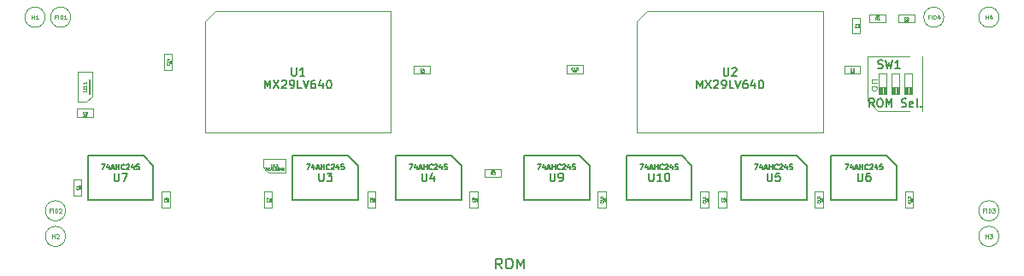
<source format=gbr>
G04 #@! TF.GenerationSoftware,KiCad,Pcbnew,(6.0.1-0)*
G04 #@! TF.CreationDate,2022-02-13T04:03:45-05:00*
G04 #@! TF.ProjectId,ROMSIMM,524f4d53-494d-44d2-9e6b-696361645f70,1.0*
G04 #@! TF.SameCoordinates,Original*
G04 #@! TF.FileFunction,AssemblyDrawing,Top*
%FSLAX46Y46*%
G04 Gerber Fmt 4.6, Leading zero omitted, Abs format (unit mm)*
G04 Created by KiCad (PCBNEW (6.0.1-0)) date 2022-02-13 04:03:45*
%MOMM*%
%LPD*%
G01*
G04 APERTURE LIST*
%ADD10C,0.100000*%
%ADD11C,0.063500*%
%ADD12C,0.031750*%
%ADD13C,0.203200*%
%ADD14C,0.127000*%
%ADD15C,0.150000*%
%ADD16C,0.047625*%
%ADD17C,0.095250*%
%ADD18C,0.120000*%
G04 APERTURE END LIST*
D10*
X75009428Y-123415428D02*
X74876095Y-123415428D01*
X74876095Y-123624952D02*
X74876095Y-123224952D01*
X75066571Y-123224952D01*
X75218952Y-123624952D02*
X75218952Y-123224952D01*
X75409428Y-123624952D02*
X75409428Y-123224952D01*
X75504666Y-123224952D01*
X75561809Y-123244000D01*
X75599904Y-123282095D01*
X75618952Y-123320190D01*
X75638000Y-123396380D01*
X75638000Y-123453523D01*
X75618952Y-123529714D01*
X75599904Y-123567809D01*
X75561809Y-123605904D01*
X75504666Y-123624952D01*
X75409428Y-123624952D01*
X75790380Y-123263047D02*
X75809428Y-123244000D01*
X75847523Y-123224952D01*
X75942761Y-123224952D01*
X75980857Y-123244000D01*
X75999904Y-123263047D01*
X76018952Y-123301142D01*
X76018952Y-123339238D01*
X75999904Y-123396380D01*
X75771333Y-123624952D01*
X76018952Y-123624952D01*
D11*
X154307666Y-109540714D02*
X154295571Y-109552809D01*
X154259285Y-109564904D01*
X154235095Y-109564904D01*
X154198809Y-109552809D01*
X154174619Y-109528619D01*
X154162523Y-109504428D01*
X154150428Y-109456047D01*
X154150428Y-109419761D01*
X154162523Y-109371380D01*
X154174619Y-109347190D01*
X154198809Y-109323000D01*
X154235095Y-109310904D01*
X154259285Y-109310904D01*
X154295571Y-109323000D01*
X154307666Y-109335095D01*
X154537476Y-109310904D02*
X154416523Y-109310904D01*
X154404428Y-109431857D01*
X154416523Y-109419761D01*
X154440714Y-109407666D01*
X154501190Y-109407666D01*
X154525380Y-109419761D01*
X154537476Y-109431857D01*
X154549571Y-109456047D01*
X154549571Y-109516523D01*
X154537476Y-109540714D01*
X154525380Y-109552809D01*
X154501190Y-109564904D01*
X154440714Y-109564904D01*
X154416523Y-109552809D01*
X154404428Y-109540714D01*
D12*
X154195785Y-109642547D02*
X154201833Y-109636500D01*
X154213928Y-109630452D01*
X154244166Y-109630452D01*
X154256261Y-109636500D01*
X154262309Y-109642547D01*
X154268357Y-109654642D01*
X154268357Y-109666738D01*
X154262309Y-109684880D01*
X154189738Y-109757452D01*
X154268357Y-109757452D01*
X154377214Y-109672785D02*
X154377214Y-109757452D01*
X154322785Y-109672785D02*
X154322785Y-109739309D01*
X154328833Y-109751404D01*
X154340928Y-109757452D01*
X154359071Y-109757452D01*
X154371166Y-109751404D01*
X154377214Y-109745357D01*
X154431642Y-109642547D02*
X154437690Y-109636500D01*
X154449785Y-109630452D01*
X154480023Y-109630452D01*
X154492119Y-109636500D01*
X154498166Y-109642547D01*
X154504214Y-109654642D01*
X154504214Y-109666738D01*
X154498166Y-109684880D01*
X154425595Y-109757452D01*
X154504214Y-109757452D01*
D11*
X96590714Y-122392333D02*
X96602809Y-122404428D01*
X96614904Y-122440714D01*
X96614904Y-122464904D01*
X96602809Y-122501190D01*
X96578619Y-122525380D01*
X96554428Y-122537476D01*
X96506047Y-122549571D01*
X96469761Y-122549571D01*
X96421380Y-122537476D01*
X96397190Y-122525380D01*
X96373000Y-122501190D01*
X96360904Y-122464904D01*
X96360904Y-122440714D01*
X96373000Y-122404428D01*
X96385095Y-122392333D01*
X96360904Y-122307666D02*
X96360904Y-122138333D01*
X96614904Y-122247190D01*
D12*
X96692547Y-122504214D02*
X96686500Y-122498166D01*
X96680452Y-122486071D01*
X96680452Y-122455833D01*
X96686500Y-122443738D01*
X96692547Y-122437690D01*
X96704642Y-122431642D01*
X96716738Y-122431642D01*
X96734880Y-122437690D01*
X96807452Y-122510261D01*
X96807452Y-122431642D01*
X96722785Y-122322785D02*
X96807452Y-122322785D01*
X96722785Y-122377214D02*
X96789309Y-122377214D01*
X96801404Y-122371166D01*
X96807452Y-122359071D01*
X96807452Y-122340928D01*
X96801404Y-122328833D01*
X96795357Y-122322785D01*
X96692547Y-122268357D02*
X96686500Y-122262309D01*
X96680452Y-122250214D01*
X96680452Y-122219976D01*
X96686500Y-122207880D01*
X96692547Y-122201833D01*
X96704642Y-122195785D01*
X96716738Y-122195785D01*
X96734880Y-122201833D01*
X96807452Y-122274404D01*
X96807452Y-122195785D01*
D11*
X116940714Y-122392333D02*
X116952809Y-122404428D01*
X116964904Y-122440714D01*
X116964904Y-122464904D01*
X116952809Y-122501190D01*
X116928619Y-122525380D01*
X116904428Y-122537476D01*
X116856047Y-122549571D01*
X116819761Y-122549571D01*
X116771380Y-122537476D01*
X116747190Y-122525380D01*
X116723000Y-122501190D01*
X116710904Y-122464904D01*
X116710904Y-122440714D01*
X116723000Y-122404428D01*
X116735095Y-122392333D01*
X116964904Y-122271380D02*
X116964904Y-122223000D01*
X116952809Y-122198809D01*
X116940714Y-122186714D01*
X116904428Y-122162523D01*
X116856047Y-122150428D01*
X116759285Y-122150428D01*
X116735095Y-122162523D01*
X116723000Y-122174619D01*
X116710904Y-122198809D01*
X116710904Y-122247190D01*
X116723000Y-122271380D01*
X116735095Y-122283476D01*
X116759285Y-122295571D01*
X116819761Y-122295571D01*
X116843952Y-122283476D01*
X116856047Y-122271380D01*
X116868142Y-122247190D01*
X116868142Y-122198809D01*
X116856047Y-122174619D01*
X116843952Y-122162523D01*
X116819761Y-122150428D01*
D12*
X117042547Y-122504214D02*
X117036500Y-122498166D01*
X117030452Y-122486071D01*
X117030452Y-122455833D01*
X117036500Y-122443738D01*
X117042547Y-122437690D01*
X117054642Y-122431642D01*
X117066738Y-122431642D01*
X117084880Y-122437690D01*
X117157452Y-122510261D01*
X117157452Y-122431642D01*
X117072785Y-122322785D02*
X117157452Y-122322785D01*
X117072785Y-122377214D02*
X117139309Y-122377214D01*
X117151404Y-122371166D01*
X117157452Y-122359071D01*
X117157452Y-122340928D01*
X117151404Y-122328833D01*
X117145357Y-122322785D01*
X117042547Y-122268357D02*
X117036500Y-122262309D01*
X117030452Y-122250214D01*
X117030452Y-122219976D01*
X117036500Y-122207880D01*
X117042547Y-122201833D01*
X117054642Y-122195785D01*
X117066738Y-122195785D01*
X117084880Y-122201833D01*
X117157452Y-122274404D01*
X117157452Y-122195785D01*
D11*
X139790714Y-122513285D02*
X139802809Y-122525380D01*
X139814904Y-122561666D01*
X139814904Y-122585857D01*
X139802809Y-122622142D01*
X139778619Y-122646333D01*
X139754428Y-122658428D01*
X139706047Y-122670523D01*
X139669761Y-122670523D01*
X139621380Y-122658428D01*
X139597190Y-122646333D01*
X139573000Y-122622142D01*
X139560904Y-122585857D01*
X139560904Y-122561666D01*
X139573000Y-122525380D01*
X139585095Y-122513285D01*
X139814904Y-122271380D02*
X139814904Y-122416523D01*
X139814904Y-122343952D02*
X139560904Y-122343952D01*
X139597190Y-122368142D01*
X139621380Y-122392333D01*
X139633476Y-122416523D01*
X139814904Y-122029476D02*
X139814904Y-122174619D01*
X139814904Y-122102047D02*
X139560904Y-122102047D01*
X139597190Y-122126238D01*
X139621380Y-122150428D01*
X139633476Y-122174619D01*
D12*
X139892547Y-122504214D02*
X139886500Y-122498166D01*
X139880452Y-122486071D01*
X139880452Y-122455833D01*
X139886500Y-122443738D01*
X139892547Y-122437690D01*
X139904642Y-122431642D01*
X139916738Y-122431642D01*
X139934880Y-122437690D01*
X140007452Y-122510261D01*
X140007452Y-122431642D01*
X139922785Y-122322785D02*
X140007452Y-122322785D01*
X139922785Y-122377214D02*
X139989309Y-122377214D01*
X140001404Y-122371166D01*
X140007452Y-122359071D01*
X140007452Y-122340928D01*
X140001404Y-122328833D01*
X139995357Y-122322785D01*
X139892547Y-122268357D02*
X139886500Y-122262309D01*
X139880452Y-122250214D01*
X139880452Y-122219976D01*
X139886500Y-122207880D01*
X139892547Y-122201833D01*
X139904642Y-122195785D01*
X139916738Y-122195785D01*
X139934880Y-122201833D01*
X140007452Y-122274404D01*
X140007452Y-122195785D01*
D11*
X151140714Y-122513285D02*
X151152809Y-122525380D01*
X151164904Y-122561666D01*
X151164904Y-122585857D01*
X151152809Y-122622142D01*
X151128619Y-122646333D01*
X151104428Y-122658428D01*
X151056047Y-122670523D01*
X151019761Y-122670523D01*
X150971380Y-122658428D01*
X150947190Y-122646333D01*
X150923000Y-122622142D01*
X150910904Y-122585857D01*
X150910904Y-122561666D01*
X150923000Y-122525380D01*
X150935095Y-122513285D01*
X151164904Y-122271380D02*
X151164904Y-122416523D01*
X151164904Y-122343952D02*
X150910904Y-122343952D01*
X150947190Y-122368142D01*
X150971380Y-122392333D01*
X150983476Y-122416523D01*
X150935095Y-122174619D02*
X150923000Y-122162523D01*
X150910904Y-122138333D01*
X150910904Y-122077857D01*
X150923000Y-122053666D01*
X150935095Y-122041571D01*
X150959285Y-122029476D01*
X150983476Y-122029476D01*
X151019761Y-122041571D01*
X151164904Y-122186714D01*
X151164904Y-122029476D01*
D12*
X151242547Y-122504214D02*
X151236500Y-122498166D01*
X151230452Y-122486071D01*
X151230452Y-122455833D01*
X151236500Y-122443738D01*
X151242547Y-122437690D01*
X151254642Y-122431642D01*
X151266738Y-122431642D01*
X151284880Y-122437690D01*
X151357452Y-122510261D01*
X151357452Y-122431642D01*
X151272785Y-122322785D02*
X151357452Y-122322785D01*
X151272785Y-122377214D02*
X151339309Y-122377214D01*
X151351404Y-122371166D01*
X151357452Y-122359071D01*
X151357452Y-122340928D01*
X151351404Y-122328833D01*
X151345357Y-122322785D01*
X151242547Y-122268357D02*
X151236500Y-122262309D01*
X151230452Y-122250214D01*
X151230452Y-122219976D01*
X151236500Y-122207880D01*
X151242547Y-122201833D01*
X151254642Y-122195785D01*
X151266738Y-122195785D01*
X151284880Y-122201833D01*
X151357452Y-122274404D01*
X151357452Y-122195785D01*
D11*
X160090714Y-122513285D02*
X160102809Y-122525380D01*
X160114904Y-122561666D01*
X160114904Y-122585857D01*
X160102809Y-122622142D01*
X160078619Y-122646333D01*
X160054428Y-122658428D01*
X160006047Y-122670523D01*
X159969761Y-122670523D01*
X159921380Y-122658428D01*
X159897190Y-122646333D01*
X159873000Y-122622142D01*
X159860904Y-122585857D01*
X159860904Y-122561666D01*
X159873000Y-122525380D01*
X159885095Y-122513285D01*
X160114904Y-122271380D02*
X160114904Y-122416523D01*
X160114904Y-122343952D02*
X159860904Y-122343952D01*
X159897190Y-122368142D01*
X159921380Y-122392333D01*
X159933476Y-122416523D01*
X159860904Y-122186714D02*
X159860904Y-122029476D01*
X159957666Y-122114142D01*
X159957666Y-122077857D01*
X159969761Y-122053666D01*
X159981857Y-122041571D01*
X160006047Y-122029476D01*
X160066523Y-122029476D01*
X160090714Y-122041571D01*
X160102809Y-122053666D01*
X160114904Y-122077857D01*
X160114904Y-122150428D01*
X160102809Y-122174619D01*
X160090714Y-122186714D01*
D12*
X160192547Y-122504214D02*
X160186500Y-122498166D01*
X160180452Y-122486071D01*
X160180452Y-122455833D01*
X160186500Y-122443738D01*
X160192547Y-122437690D01*
X160204642Y-122431642D01*
X160216738Y-122431642D01*
X160234880Y-122437690D01*
X160307452Y-122510261D01*
X160307452Y-122431642D01*
X160222785Y-122322785D02*
X160307452Y-122322785D01*
X160222785Y-122377214D02*
X160289309Y-122377214D01*
X160301404Y-122371166D01*
X160307452Y-122359071D01*
X160307452Y-122340928D01*
X160301404Y-122328833D01*
X160295357Y-122322785D01*
X160192547Y-122268357D02*
X160186500Y-122262309D01*
X160180452Y-122250214D01*
X160180452Y-122219976D01*
X160186500Y-122207880D01*
X160192547Y-122201833D01*
X160204642Y-122195785D01*
X160216738Y-122195785D01*
X160234880Y-122201833D01*
X160307452Y-122274404D01*
X160307452Y-122195785D01*
D13*
X111755723Y-119704895D02*
X111755723Y-120362876D01*
X111794428Y-120440285D01*
X111833133Y-120478990D01*
X111910542Y-120517695D01*
X112065361Y-120517695D01*
X112142771Y-120478990D01*
X112181476Y-120440285D01*
X112220180Y-120362876D01*
X112220180Y-119704895D01*
X112955571Y-119975828D02*
X112955571Y-120517695D01*
X112762047Y-119666190D02*
X112568523Y-120246761D01*
X113071685Y-120246761D01*
D14*
X110500238Y-118855809D02*
X110838904Y-118855809D01*
X110621190Y-119363809D01*
X111250142Y-119025142D02*
X111250142Y-119363809D01*
X111129190Y-118831619D02*
X111008238Y-119194476D01*
X111322714Y-119194476D01*
X111492047Y-119218666D02*
X111733952Y-119218666D01*
X111443666Y-119363809D02*
X111613000Y-118855809D01*
X111782333Y-119363809D01*
X111951666Y-119363809D02*
X111951666Y-118855809D01*
X111951666Y-119097714D02*
X112241952Y-119097714D01*
X112241952Y-119363809D02*
X112241952Y-118855809D01*
X112774142Y-119315428D02*
X112749952Y-119339619D01*
X112677380Y-119363809D01*
X112629000Y-119363809D01*
X112556428Y-119339619D01*
X112508047Y-119291238D01*
X112483857Y-119242857D01*
X112459666Y-119146095D01*
X112459666Y-119073523D01*
X112483857Y-118976761D01*
X112508047Y-118928380D01*
X112556428Y-118880000D01*
X112629000Y-118855809D01*
X112677380Y-118855809D01*
X112749952Y-118880000D01*
X112774142Y-118904190D01*
X112967666Y-118904190D02*
X112991857Y-118880000D01*
X113040238Y-118855809D01*
X113161190Y-118855809D01*
X113209571Y-118880000D01*
X113233761Y-118904190D01*
X113257952Y-118952571D01*
X113257952Y-119000952D01*
X113233761Y-119073523D01*
X112943476Y-119363809D01*
X113257952Y-119363809D01*
X113693380Y-119025142D02*
X113693380Y-119363809D01*
X113572428Y-118831619D02*
X113451476Y-119194476D01*
X113765952Y-119194476D01*
X114201380Y-118855809D02*
X113959476Y-118855809D01*
X113935285Y-119097714D01*
X113959476Y-119073523D01*
X114007857Y-119049333D01*
X114128809Y-119049333D01*
X114177190Y-119073523D01*
X114201380Y-119097714D01*
X114225571Y-119146095D01*
X114225571Y-119267047D01*
X114201380Y-119315428D01*
X114177190Y-119339619D01*
X114128809Y-119363809D01*
X114007857Y-119363809D01*
X113959476Y-119339619D01*
X113935285Y-119315428D01*
D13*
X145955723Y-119704895D02*
X145955723Y-120362876D01*
X145994428Y-120440285D01*
X146033133Y-120478990D01*
X146110542Y-120517695D01*
X146265361Y-120517695D01*
X146342771Y-120478990D01*
X146381476Y-120440285D01*
X146420180Y-120362876D01*
X146420180Y-119704895D01*
X147194276Y-119704895D02*
X146807228Y-119704895D01*
X146768523Y-120091942D01*
X146807228Y-120053238D01*
X146884638Y-120014533D01*
X147078161Y-120014533D01*
X147155571Y-120053238D01*
X147194276Y-120091942D01*
X147232980Y-120169352D01*
X147232980Y-120362876D01*
X147194276Y-120440285D01*
X147155571Y-120478990D01*
X147078161Y-120517695D01*
X146884638Y-120517695D01*
X146807228Y-120478990D01*
X146768523Y-120440285D01*
D14*
X144700238Y-118855809D02*
X145038904Y-118855809D01*
X144821190Y-119363809D01*
X145450142Y-119025142D02*
X145450142Y-119363809D01*
X145329190Y-118831619D02*
X145208238Y-119194476D01*
X145522714Y-119194476D01*
X145692047Y-119218666D02*
X145933952Y-119218666D01*
X145643666Y-119363809D02*
X145813000Y-118855809D01*
X145982333Y-119363809D01*
X146151666Y-119363809D02*
X146151666Y-118855809D01*
X146151666Y-119097714D02*
X146441952Y-119097714D01*
X146441952Y-119363809D02*
X146441952Y-118855809D01*
X146974142Y-119315428D02*
X146949952Y-119339619D01*
X146877380Y-119363809D01*
X146829000Y-119363809D01*
X146756428Y-119339619D01*
X146708047Y-119291238D01*
X146683857Y-119242857D01*
X146659666Y-119146095D01*
X146659666Y-119073523D01*
X146683857Y-118976761D01*
X146708047Y-118928380D01*
X146756428Y-118880000D01*
X146829000Y-118855809D01*
X146877380Y-118855809D01*
X146949952Y-118880000D01*
X146974142Y-118904190D01*
X147167666Y-118904190D02*
X147191857Y-118880000D01*
X147240238Y-118855809D01*
X147361190Y-118855809D01*
X147409571Y-118880000D01*
X147433761Y-118904190D01*
X147457952Y-118952571D01*
X147457952Y-119000952D01*
X147433761Y-119073523D01*
X147143476Y-119363809D01*
X147457952Y-119363809D01*
X147893380Y-119025142D02*
X147893380Y-119363809D01*
X147772428Y-118831619D02*
X147651476Y-119194476D01*
X147965952Y-119194476D01*
X148401380Y-118855809D02*
X148159476Y-118855809D01*
X148135285Y-119097714D01*
X148159476Y-119073523D01*
X148207857Y-119049333D01*
X148328809Y-119049333D01*
X148377190Y-119073523D01*
X148401380Y-119097714D01*
X148425571Y-119146095D01*
X148425571Y-119267047D01*
X148401380Y-119315428D01*
X148377190Y-119339619D01*
X148328809Y-119363809D01*
X148207857Y-119363809D01*
X148159476Y-119339619D01*
X148135285Y-119315428D01*
D15*
X119661085Y-129179580D02*
X119327752Y-128703390D01*
X119089657Y-129179580D02*
X119089657Y-128179580D01*
X119470609Y-128179580D01*
X119565847Y-128227200D01*
X119613466Y-128274819D01*
X119661085Y-128370057D01*
X119661085Y-128512914D01*
X119613466Y-128608152D01*
X119565847Y-128655771D01*
X119470609Y-128703390D01*
X119089657Y-128703390D01*
X120280133Y-128179580D02*
X120470609Y-128179580D01*
X120565847Y-128227200D01*
X120661085Y-128322438D01*
X120708704Y-128512914D01*
X120708704Y-128846247D01*
X120661085Y-129036723D01*
X120565847Y-129131961D01*
X120470609Y-129179580D01*
X120280133Y-129179580D01*
X120184895Y-129131961D01*
X120089657Y-129036723D01*
X120042038Y-128846247D01*
X120042038Y-128512914D01*
X120089657Y-128322438D01*
X120184895Y-128227200D01*
X120280133Y-128179580D01*
X121137276Y-129179580D02*
X121137276Y-128179580D01*
X121470609Y-128893866D01*
X121803942Y-128179580D01*
X121803942Y-129179580D01*
D13*
X134218676Y-119704895D02*
X134218676Y-120362876D01*
X134257380Y-120440285D01*
X134296085Y-120478990D01*
X134373495Y-120517695D01*
X134528314Y-120517695D01*
X134605723Y-120478990D01*
X134644428Y-120440285D01*
X134683133Y-120362876D01*
X134683133Y-119704895D01*
X135495933Y-120517695D02*
X135031476Y-120517695D01*
X135263704Y-120517695D02*
X135263704Y-119704895D01*
X135186295Y-119821009D01*
X135108885Y-119898419D01*
X135031476Y-119937123D01*
X135999095Y-119704895D02*
X136076504Y-119704895D01*
X136153914Y-119743600D01*
X136192619Y-119782304D01*
X136231323Y-119859714D01*
X136270028Y-120014533D01*
X136270028Y-120208057D01*
X136231323Y-120362876D01*
X136192619Y-120440285D01*
X136153914Y-120478990D01*
X136076504Y-120517695D01*
X135999095Y-120517695D01*
X135921685Y-120478990D01*
X135882980Y-120440285D01*
X135844276Y-120362876D01*
X135805571Y-120208057D01*
X135805571Y-120014533D01*
X135844276Y-119859714D01*
X135882980Y-119782304D01*
X135921685Y-119743600D01*
X135999095Y-119704895D01*
D14*
X133350238Y-118855809D02*
X133688904Y-118855809D01*
X133471190Y-119363809D01*
X134100142Y-119025142D02*
X134100142Y-119363809D01*
X133979190Y-118831619D02*
X133858238Y-119194476D01*
X134172714Y-119194476D01*
X134342047Y-119218666D02*
X134583952Y-119218666D01*
X134293666Y-119363809D02*
X134463000Y-118855809D01*
X134632333Y-119363809D01*
X134801666Y-119363809D02*
X134801666Y-118855809D01*
X134801666Y-119097714D02*
X135091952Y-119097714D01*
X135091952Y-119363809D02*
X135091952Y-118855809D01*
X135624142Y-119315428D02*
X135599952Y-119339619D01*
X135527380Y-119363809D01*
X135479000Y-119363809D01*
X135406428Y-119339619D01*
X135358047Y-119291238D01*
X135333857Y-119242857D01*
X135309666Y-119146095D01*
X135309666Y-119073523D01*
X135333857Y-118976761D01*
X135358047Y-118928380D01*
X135406428Y-118880000D01*
X135479000Y-118855809D01*
X135527380Y-118855809D01*
X135599952Y-118880000D01*
X135624142Y-118904190D01*
X135817666Y-118904190D02*
X135841857Y-118880000D01*
X135890238Y-118855809D01*
X136011190Y-118855809D01*
X136059571Y-118880000D01*
X136083761Y-118904190D01*
X136107952Y-118952571D01*
X136107952Y-119000952D01*
X136083761Y-119073523D01*
X135793476Y-119363809D01*
X136107952Y-119363809D01*
X136543380Y-119025142D02*
X136543380Y-119363809D01*
X136422428Y-118831619D02*
X136301476Y-119194476D01*
X136615952Y-119194476D01*
X137051380Y-118855809D02*
X136809476Y-118855809D01*
X136785285Y-119097714D01*
X136809476Y-119073523D01*
X136857857Y-119049333D01*
X136978809Y-119049333D01*
X137027190Y-119073523D01*
X137051380Y-119097714D01*
X137075571Y-119146095D01*
X137075571Y-119267047D01*
X137051380Y-119315428D01*
X137027190Y-119339619D01*
X136978809Y-119363809D01*
X136857857Y-119363809D01*
X136809476Y-119339619D01*
X136785285Y-119315428D01*
D13*
X154905723Y-119704895D02*
X154905723Y-120362876D01*
X154944428Y-120440285D01*
X154983133Y-120478990D01*
X155060542Y-120517695D01*
X155215361Y-120517695D01*
X155292771Y-120478990D01*
X155331476Y-120440285D01*
X155370180Y-120362876D01*
X155370180Y-119704895D01*
X156105571Y-119704895D02*
X155950752Y-119704895D01*
X155873342Y-119743600D01*
X155834638Y-119782304D01*
X155757228Y-119898419D01*
X155718523Y-120053238D01*
X155718523Y-120362876D01*
X155757228Y-120440285D01*
X155795933Y-120478990D01*
X155873342Y-120517695D01*
X156028161Y-120517695D01*
X156105571Y-120478990D01*
X156144276Y-120440285D01*
X156182980Y-120362876D01*
X156182980Y-120169352D01*
X156144276Y-120091942D01*
X156105571Y-120053238D01*
X156028161Y-120014533D01*
X155873342Y-120014533D01*
X155795933Y-120053238D01*
X155757228Y-120091942D01*
X155718523Y-120169352D01*
D14*
X153650238Y-118855809D02*
X153988904Y-118855809D01*
X153771190Y-119363809D01*
X154400142Y-119025142D02*
X154400142Y-119363809D01*
X154279190Y-118831619D02*
X154158238Y-119194476D01*
X154472714Y-119194476D01*
X154642047Y-119218666D02*
X154883952Y-119218666D01*
X154593666Y-119363809D02*
X154763000Y-118855809D01*
X154932333Y-119363809D01*
X155101666Y-119363809D02*
X155101666Y-118855809D01*
X155101666Y-119097714D02*
X155391952Y-119097714D01*
X155391952Y-119363809D02*
X155391952Y-118855809D01*
X155924142Y-119315428D02*
X155899952Y-119339619D01*
X155827380Y-119363809D01*
X155779000Y-119363809D01*
X155706428Y-119339619D01*
X155658047Y-119291238D01*
X155633857Y-119242857D01*
X155609666Y-119146095D01*
X155609666Y-119073523D01*
X155633857Y-118976761D01*
X155658047Y-118928380D01*
X155706428Y-118880000D01*
X155779000Y-118855809D01*
X155827380Y-118855809D01*
X155899952Y-118880000D01*
X155924142Y-118904190D01*
X156117666Y-118904190D02*
X156141857Y-118880000D01*
X156190238Y-118855809D01*
X156311190Y-118855809D01*
X156359571Y-118880000D01*
X156383761Y-118904190D01*
X156407952Y-118952571D01*
X156407952Y-119000952D01*
X156383761Y-119073523D01*
X156093476Y-119363809D01*
X156407952Y-119363809D01*
X156843380Y-119025142D02*
X156843380Y-119363809D01*
X156722428Y-118831619D02*
X156601476Y-119194476D01*
X156915952Y-119194476D01*
X157351380Y-118855809D02*
X157109476Y-118855809D01*
X157085285Y-119097714D01*
X157109476Y-119073523D01*
X157157857Y-119049333D01*
X157278809Y-119049333D01*
X157327190Y-119073523D01*
X157351380Y-119097714D01*
X157375571Y-119146095D01*
X157375571Y-119267047D01*
X157351380Y-119315428D01*
X157327190Y-119339619D01*
X157278809Y-119363809D01*
X157157857Y-119363809D01*
X157109476Y-119339619D01*
X157085285Y-119315428D01*
D11*
X111707666Y-109540714D02*
X111695571Y-109552809D01*
X111659285Y-109564904D01*
X111635095Y-109564904D01*
X111598809Y-109552809D01*
X111574619Y-109528619D01*
X111562523Y-109504428D01*
X111550428Y-109456047D01*
X111550428Y-109419761D01*
X111562523Y-109371380D01*
X111574619Y-109347190D01*
X111598809Y-109323000D01*
X111635095Y-109310904D01*
X111659285Y-109310904D01*
X111695571Y-109323000D01*
X111707666Y-109335095D01*
X111925380Y-109395571D02*
X111925380Y-109564904D01*
X111864904Y-109298809D02*
X111804428Y-109480238D01*
X111961666Y-109480238D01*
D12*
X111595785Y-109642547D02*
X111601833Y-109636500D01*
X111613928Y-109630452D01*
X111644166Y-109630452D01*
X111656261Y-109636500D01*
X111662309Y-109642547D01*
X111668357Y-109654642D01*
X111668357Y-109666738D01*
X111662309Y-109684880D01*
X111589738Y-109757452D01*
X111668357Y-109757452D01*
X111777214Y-109672785D02*
X111777214Y-109757452D01*
X111722785Y-109672785D02*
X111722785Y-109739309D01*
X111728833Y-109751404D01*
X111740928Y-109757452D01*
X111759071Y-109757452D01*
X111771166Y-109751404D01*
X111777214Y-109745357D01*
X111831642Y-109642547D02*
X111837690Y-109636500D01*
X111849785Y-109630452D01*
X111880023Y-109630452D01*
X111892119Y-109636500D01*
X111898166Y-109642547D01*
X111904214Y-109654642D01*
X111904214Y-109666738D01*
X111898166Y-109684880D01*
X111825595Y-109757452D01*
X111904214Y-109757452D01*
D13*
X98830723Y-109254895D02*
X98830723Y-109912876D01*
X98869428Y-109990285D01*
X98908133Y-110028990D01*
X98985542Y-110067695D01*
X99140361Y-110067695D01*
X99217771Y-110028990D01*
X99256476Y-109990285D01*
X99295180Y-109912876D01*
X99295180Y-109254895D01*
X100107980Y-110067695D02*
X99643523Y-110067695D01*
X99875752Y-110067695D02*
X99875752Y-109254895D01*
X99798342Y-109371009D01*
X99720933Y-109448419D01*
X99643523Y-109487123D01*
X96179447Y-111317695D02*
X96179447Y-110504895D01*
X96450380Y-111085466D01*
X96721314Y-110504895D01*
X96721314Y-111317695D01*
X97030952Y-110504895D02*
X97572819Y-111317695D01*
X97572819Y-110504895D02*
X97030952Y-111317695D01*
X97843752Y-110582304D02*
X97882457Y-110543600D01*
X97959866Y-110504895D01*
X98153390Y-110504895D01*
X98230800Y-110543600D01*
X98269504Y-110582304D01*
X98308209Y-110659714D01*
X98308209Y-110737123D01*
X98269504Y-110853238D01*
X97805047Y-111317695D01*
X98308209Y-111317695D01*
X98695257Y-111317695D02*
X98850076Y-111317695D01*
X98927485Y-111278990D01*
X98966190Y-111240285D01*
X99043600Y-111124171D01*
X99082304Y-110969352D01*
X99082304Y-110659714D01*
X99043600Y-110582304D01*
X99004895Y-110543600D01*
X98927485Y-110504895D01*
X98772666Y-110504895D01*
X98695257Y-110543600D01*
X98656552Y-110582304D01*
X98617847Y-110659714D01*
X98617847Y-110853238D01*
X98656552Y-110930647D01*
X98695257Y-110969352D01*
X98772666Y-111008057D01*
X98927485Y-111008057D01*
X99004895Y-110969352D01*
X99043600Y-110930647D01*
X99082304Y-110853238D01*
X99817695Y-111317695D02*
X99430647Y-111317695D01*
X99430647Y-110504895D01*
X99972514Y-110504895D02*
X100243447Y-111317695D01*
X100514380Y-110504895D01*
X101133657Y-110504895D02*
X100978838Y-110504895D01*
X100901428Y-110543600D01*
X100862723Y-110582304D01*
X100785314Y-110698419D01*
X100746609Y-110853238D01*
X100746609Y-111162876D01*
X100785314Y-111240285D01*
X100824019Y-111278990D01*
X100901428Y-111317695D01*
X101056247Y-111317695D01*
X101133657Y-111278990D01*
X101172361Y-111240285D01*
X101211066Y-111162876D01*
X101211066Y-110969352D01*
X101172361Y-110891942D01*
X101133657Y-110853238D01*
X101056247Y-110814533D01*
X100901428Y-110814533D01*
X100824019Y-110853238D01*
X100785314Y-110891942D01*
X100746609Y-110969352D01*
X101907752Y-110775828D02*
X101907752Y-111317695D01*
X101714228Y-110466190D02*
X101520704Y-111046761D01*
X102023866Y-111046761D01*
X102488323Y-110504895D02*
X102565733Y-110504895D01*
X102643142Y-110543600D01*
X102681847Y-110582304D01*
X102720552Y-110659714D01*
X102759257Y-110814533D01*
X102759257Y-111008057D01*
X102720552Y-111162876D01*
X102681847Y-111240285D01*
X102643142Y-111278990D01*
X102565733Y-111317695D01*
X102488323Y-111317695D01*
X102410914Y-111278990D01*
X102372209Y-111240285D01*
X102333504Y-111162876D01*
X102294800Y-111008057D01*
X102294800Y-110814533D01*
X102333504Y-110659714D01*
X102372209Y-110582304D01*
X102410914Y-110543600D01*
X102488323Y-110504895D01*
X101555723Y-119704895D02*
X101555723Y-120362876D01*
X101594428Y-120440285D01*
X101633133Y-120478990D01*
X101710542Y-120517695D01*
X101865361Y-120517695D01*
X101942771Y-120478990D01*
X101981476Y-120440285D01*
X102020180Y-120362876D01*
X102020180Y-119704895D01*
X102329819Y-119704895D02*
X102832980Y-119704895D01*
X102562047Y-120014533D01*
X102678161Y-120014533D01*
X102755571Y-120053238D01*
X102794276Y-120091942D01*
X102832980Y-120169352D01*
X102832980Y-120362876D01*
X102794276Y-120440285D01*
X102755571Y-120478990D01*
X102678161Y-120517695D01*
X102445933Y-120517695D01*
X102368523Y-120478990D01*
X102329819Y-120440285D01*
D14*
X100300238Y-118855809D02*
X100638904Y-118855809D01*
X100421190Y-119363809D01*
X101050142Y-119025142D02*
X101050142Y-119363809D01*
X100929190Y-118831619D02*
X100808238Y-119194476D01*
X101122714Y-119194476D01*
X101292047Y-119218666D02*
X101533952Y-119218666D01*
X101243666Y-119363809D02*
X101413000Y-118855809D01*
X101582333Y-119363809D01*
X101751666Y-119363809D02*
X101751666Y-118855809D01*
X101751666Y-119097714D02*
X102041952Y-119097714D01*
X102041952Y-119363809D02*
X102041952Y-118855809D01*
X102574142Y-119315428D02*
X102549952Y-119339619D01*
X102477380Y-119363809D01*
X102429000Y-119363809D01*
X102356428Y-119339619D01*
X102308047Y-119291238D01*
X102283857Y-119242857D01*
X102259666Y-119146095D01*
X102259666Y-119073523D01*
X102283857Y-118976761D01*
X102308047Y-118928380D01*
X102356428Y-118880000D01*
X102429000Y-118855809D01*
X102477380Y-118855809D01*
X102549952Y-118880000D01*
X102574142Y-118904190D01*
X102767666Y-118904190D02*
X102791857Y-118880000D01*
X102840238Y-118855809D01*
X102961190Y-118855809D01*
X103009571Y-118880000D01*
X103033761Y-118904190D01*
X103057952Y-118952571D01*
X103057952Y-119000952D01*
X103033761Y-119073523D01*
X102743476Y-119363809D01*
X103057952Y-119363809D01*
X103493380Y-119025142D02*
X103493380Y-119363809D01*
X103372428Y-118831619D02*
X103251476Y-119194476D01*
X103565952Y-119194476D01*
X104001380Y-118855809D02*
X103759476Y-118855809D01*
X103735285Y-119097714D01*
X103759476Y-119073523D01*
X103807857Y-119049333D01*
X103928809Y-119049333D01*
X103977190Y-119073523D01*
X104001380Y-119097714D01*
X104025571Y-119146095D01*
X104025571Y-119267047D01*
X104001380Y-119315428D01*
X103977190Y-119339619D01*
X103928809Y-119363809D01*
X103807857Y-119363809D01*
X103759476Y-119339619D01*
X103735285Y-119315428D01*
D11*
X78307666Y-113840714D02*
X78295571Y-113852809D01*
X78259285Y-113864904D01*
X78235095Y-113864904D01*
X78198809Y-113852809D01*
X78174619Y-113828619D01*
X78162523Y-113804428D01*
X78150428Y-113756047D01*
X78150428Y-113719761D01*
X78162523Y-113671380D01*
X78174619Y-113647190D01*
X78198809Y-113623000D01*
X78235095Y-113610904D01*
X78259285Y-113610904D01*
X78295571Y-113623000D01*
X78307666Y-113635095D01*
X78392333Y-113610904D02*
X78549571Y-113610904D01*
X78464904Y-113707666D01*
X78501190Y-113707666D01*
X78525380Y-113719761D01*
X78537476Y-113731857D01*
X78549571Y-113756047D01*
X78549571Y-113816523D01*
X78537476Y-113840714D01*
X78525380Y-113852809D01*
X78501190Y-113864904D01*
X78428619Y-113864904D01*
X78404428Y-113852809D01*
X78392333Y-113840714D01*
D12*
X78195785Y-113942547D02*
X78201833Y-113936500D01*
X78213928Y-113930452D01*
X78244166Y-113930452D01*
X78256261Y-113936500D01*
X78262309Y-113942547D01*
X78268357Y-113954642D01*
X78268357Y-113966738D01*
X78262309Y-113984880D01*
X78189738Y-114057452D01*
X78268357Y-114057452D01*
X78377214Y-113972785D02*
X78377214Y-114057452D01*
X78322785Y-113972785D02*
X78322785Y-114039309D01*
X78328833Y-114051404D01*
X78340928Y-114057452D01*
X78359071Y-114057452D01*
X78371166Y-114051404D01*
X78377214Y-114045357D01*
X78431642Y-113942547D02*
X78437690Y-113936500D01*
X78449785Y-113930452D01*
X78480023Y-113930452D01*
X78492119Y-113936500D01*
X78498166Y-113942547D01*
X78504214Y-113954642D01*
X78504214Y-113966738D01*
X78498166Y-113984880D01*
X78425595Y-114057452D01*
X78504214Y-114057452D01*
D13*
X141620723Y-109254895D02*
X141620723Y-109912876D01*
X141659428Y-109990285D01*
X141698133Y-110028990D01*
X141775542Y-110067695D01*
X141930361Y-110067695D01*
X142007771Y-110028990D01*
X142046476Y-109990285D01*
X142085180Y-109912876D01*
X142085180Y-109254895D01*
X142433523Y-109332304D02*
X142472228Y-109293600D01*
X142549638Y-109254895D01*
X142743161Y-109254895D01*
X142820571Y-109293600D01*
X142859276Y-109332304D01*
X142897980Y-109409714D01*
X142897980Y-109487123D01*
X142859276Y-109603238D01*
X142394819Y-110067695D01*
X142897980Y-110067695D01*
X138969447Y-111317695D02*
X138969447Y-110504895D01*
X139240380Y-111085466D01*
X139511314Y-110504895D01*
X139511314Y-111317695D01*
X139820952Y-110504895D02*
X140362819Y-111317695D01*
X140362819Y-110504895D02*
X139820952Y-111317695D01*
X140633752Y-110582304D02*
X140672457Y-110543600D01*
X140749866Y-110504895D01*
X140943390Y-110504895D01*
X141020800Y-110543600D01*
X141059504Y-110582304D01*
X141098209Y-110659714D01*
X141098209Y-110737123D01*
X141059504Y-110853238D01*
X140595047Y-111317695D01*
X141098209Y-111317695D01*
X141485257Y-111317695D02*
X141640076Y-111317695D01*
X141717485Y-111278990D01*
X141756190Y-111240285D01*
X141833600Y-111124171D01*
X141872304Y-110969352D01*
X141872304Y-110659714D01*
X141833600Y-110582304D01*
X141794895Y-110543600D01*
X141717485Y-110504895D01*
X141562666Y-110504895D01*
X141485257Y-110543600D01*
X141446552Y-110582304D01*
X141407847Y-110659714D01*
X141407847Y-110853238D01*
X141446552Y-110930647D01*
X141485257Y-110969352D01*
X141562666Y-111008057D01*
X141717485Y-111008057D01*
X141794895Y-110969352D01*
X141833600Y-110930647D01*
X141872304Y-110853238D01*
X142607695Y-111317695D02*
X142220647Y-111317695D01*
X142220647Y-110504895D01*
X142762514Y-110504895D02*
X143033447Y-111317695D01*
X143304380Y-110504895D01*
X143923657Y-110504895D02*
X143768838Y-110504895D01*
X143691428Y-110543600D01*
X143652723Y-110582304D01*
X143575314Y-110698419D01*
X143536609Y-110853238D01*
X143536609Y-111162876D01*
X143575314Y-111240285D01*
X143614019Y-111278990D01*
X143691428Y-111317695D01*
X143846247Y-111317695D01*
X143923657Y-111278990D01*
X143962361Y-111240285D01*
X144001066Y-111162876D01*
X144001066Y-110969352D01*
X143962361Y-110891942D01*
X143923657Y-110853238D01*
X143846247Y-110814533D01*
X143691428Y-110814533D01*
X143614019Y-110853238D01*
X143575314Y-110891942D01*
X143536609Y-110969352D01*
X144697752Y-110775828D02*
X144697752Y-111317695D01*
X144504228Y-110466190D02*
X144310704Y-111046761D01*
X144813866Y-111046761D01*
X145278323Y-110504895D02*
X145355733Y-110504895D01*
X145433142Y-110543600D01*
X145471847Y-110582304D01*
X145510552Y-110659714D01*
X145549257Y-110814533D01*
X145549257Y-111008057D01*
X145510552Y-111162876D01*
X145471847Y-111240285D01*
X145433142Y-111278990D01*
X145355733Y-111317695D01*
X145278323Y-111317695D01*
X145200914Y-111278990D01*
X145162209Y-111240285D01*
X145123504Y-111162876D01*
X145084800Y-111008057D01*
X145084800Y-110814533D01*
X145123504Y-110659714D01*
X145162209Y-110582304D01*
X145200914Y-110543600D01*
X145278323Y-110504895D01*
D11*
X86440714Y-122392333D02*
X86452809Y-122404428D01*
X86464904Y-122440714D01*
X86464904Y-122464904D01*
X86452809Y-122501190D01*
X86428619Y-122525380D01*
X86404428Y-122537476D01*
X86356047Y-122549571D01*
X86319761Y-122549571D01*
X86271380Y-122537476D01*
X86247190Y-122525380D01*
X86223000Y-122501190D01*
X86210904Y-122464904D01*
X86210904Y-122440714D01*
X86223000Y-122404428D01*
X86235095Y-122392333D01*
X86210904Y-122174619D02*
X86210904Y-122223000D01*
X86223000Y-122247190D01*
X86235095Y-122259285D01*
X86271380Y-122283476D01*
X86319761Y-122295571D01*
X86416523Y-122295571D01*
X86440714Y-122283476D01*
X86452809Y-122271380D01*
X86464904Y-122247190D01*
X86464904Y-122198809D01*
X86452809Y-122174619D01*
X86440714Y-122162523D01*
X86416523Y-122150428D01*
X86356047Y-122150428D01*
X86331857Y-122162523D01*
X86319761Y-122174619D01*
X86307666Y-122198809D01*
X86307666Y-122247190D01*
X86319761Y-122271380D01*
X86331857Y-122283476D01*
X86356047Y-122295571D01*
D12*
X86542547Y-122504214D02*
X86536500Y-122498166D01*
X86530452Y-122486071D01*
X86530452Y-122455833D01*
X86536500Y-122443738D01*
X86542547Y-122437690D01*
X86554642Y-122431642D01*
X86566738Y-122431642D01*
X86584880Y-122437690D01*
X86657452Y-122510261D01*
X86657452Y-122431642D01*
X86572785Y-122322785D02*
X86657452Y-122322785D01*
X86572785Y-122377214D02*
X86639309Y-122377214D01*
X86651404Y-122371166D01*
X86657452Y-122359071D01*
X86657452Y-122340928D01*
X86651404Y-122328833D01*
X86645357Y-122322785D01*
X86542547Y-122268357D02*
X86536500Y-122262309D01*
X86530452Y-122250214D01*
X86530452Y-122219976D01*
X86536500Y-122207880D01*
X86542547Y-122201833D01*
X86554642Y-122195785D01*
X86566738Y-122195785D01*
X86584880Y-122201833D01*
X86657452Y-122274404D01*
X86657452Y-122195785D01*
D13*
X81255723Y-119704895D02*
X81255723Y-120362876D01*
X81294428Y-120440285D01*
X81333133Y-120478990D01*
X81410542Y-120517695D01*
X81565361Y-120517695D01*
X81642771Y-120478990D01*
X81681476Y-120440285D01*
X81720180Y-120362876D01*
X81720180Y-119704895D01*
X82029819Y-119704895D02*
X82571685Y-119704895D01*
X82223342Y-120517695D01*
D14*
X80000238Y-118855809D02*
X80338904Y-118855809D01*
X80121190Y-119363809D01*
X80750142Y-119025142D02*
X80750142Y-119363809D01*
X80629190Y-118831619D02*
X80508238Y-119194476D01*
X80822714Y-119194476D01*
X80992047Y-119218666D02*
X81233952Y-119218666D01*
X80943666Y-119363809D02*
X81113000Y-118855809D01*
X81282333Y-119363809D01*
X81451666Y-119363809D02*
X81451666Y-118855809D01*
X81451666Y-119097714D02*
X81741952Y-119097714D01*
X81741952Y-119363809D02*
X81741952Y-118855809D01*
X82274142Y-119315428D02*
X82249952Y-119339619D01*
X82177380Y-119363809D01*
X82129000Y-119363809D01*
X82056428Y-119339619D01*
X82008047Y-119291238D01*
X81983857Y-119242857D01*
X81959666Y-119146095D01*
X81959666Y-119073523D01*
X81983857Y-118976761D01*
X82008047Y-118928380D01*
X82056428Y-118880000D01*
X82129000Y-118855809D01*
X82177380Y-118855809D01*
X82249952Y-118880000D01*
X82274142Y-118904190D01*
X82467666Y-118904190D02*
X82491857Y-118880000D01*
X82540238Y-118855809D01*
X82661190Y-118855809D01*
X82709571Y-118880000D01*
X82733761Y-118904190D01*
X82757952Y-118952571D01*
X82757952Y-119000952D01*
X82733761Y-119073523D01*
X82443476Y-119363809D01*
X82757952Y-119363809D01*
X83193380Y-119025142D02*
X83193380Y-119363809D01*
X83072428Y-118831619D02*
X82951476Y-119194476D01*
X83265952Y-119194476D01*
X83701380Y-118855809D02*
X83459476Y-118855809D01*
X83435285Y-119097714D01*
X83459476Y-119073523D01*
X83507857Y-119049333D01*
X83628809Y-119049333D01*
X83677190Y-119073523D01*
X83701380Y-119097714D01*
X83725571Y-119146095D01*
X83725571Y-119267047D01*
X83701380Y-119315428D01*
X83677190Y-119339619D01*
X83628809Y-119363809D01*
X83507857Y-119363809D01*
X83459476Y-119339619D01*
X83435285Y-119315428D01*
D11*
X106804214Y-122392333D02*
X106816309Y-122404428D01*
X106828404Y-122440714D01*
X106828404Y-122464904D01*
X106816309Y-122501190D01*
X106792119Y-122525380D01*
X106767928Y-122537476D01*
X106719547Y-122549571D01*
X106683261Y-122549571D01*
X106634880Y-122537476D01*
X106610690Y-122525380D01*
X106586500Y-122501190D01*
X106574404Y-122464904D01*
X106574404Y-122440714D01*
X106586500Y-122404428D01*
X106598595Y-122392333D01*
X106683261Y-122247190D02*
X106671166Y-122271380D01*
X106659071Y-122283476D01*
X106634880Y-122295571D01*
X106622785Y-122295571D01*
X106598595Y-122283476D01*
X106586500Y-122271380D01*
X106574404Y-122247190D01*
X106574404Y-122198809D01*
X106586500Y-122174619D01*
X106598595Y-122162523D01*
X106622785Y-122150428D01*
X106634880Y-122150428D01*
X106659071Y-122162523D01*
X106671166Y-122174619D01*
X106683261Y-122198809D01*
X106683261Y-122247190D01*
X106695357Y-122271380D01*
X106707452Y-122283476D01*
X106731642Y-122295571D01*
X106780023Y-122295571D01*
X106804214Y-122283476D01*
X106816309Y-122271380D01*
X106828404Y-122247190D01*
X106828404Y-122198809D01*
X106816309Y-122174619D01*
X106804214Y-122162523D01*
X106780023Y-122150428D01*
X106731642Y-122150428D01*
X106707452Y-122162523D01*
X106695357Y-122174619D01*
X106683261Y-122198809D01*
D12*
X106906047Y-122504214D02*
X106900000Y-122498166D01*
X106893952Y-122486071D01*
X106893952Y-122455833D01*
X106900000Y-122443738D01*
X106906047Y-122437690D01*
X106918142Y-122431642D01*
X106930238Y-122431642D01*
X106948380Y-122437690D01*
X107020952Y-122510261D01*
X107020952Y-122431642D01*
X106936285Y-122322785D02*
X107020952Y-122322785D01*
X106936285Y-122377214D02*
X107002809Y-122377214D01*
X107014904Y-122371166D01*
X107020952Y-122359071D01*
X107020952Y-122340928D01*
X107014904Y-122328833D01*
X107008857Y-122322785D01*
X106906047Y-122268357D02*
X106900000Y-122262309D01*
X106893952Y-122250214D01*
X106893952Y-122219976D01*
X106900000Y-122207880D01*
X106906047Y-122201833D01*
X106918142Y-122195785D01*
X106930238Y-122195785D01*
X106948380Y-122201833D01*
X107020952Y-122274404D01*
X107020952Y-122195785D01*
D13*
X124455723Y-119704895D02*
X124455723Y-120362876D01*
X124494428Y-120440285D01*
X124533133Y-120478990D01*
X124610542Y-120517695D01*
X124765361Y-120517695D01*
X124842771Y-120478990D01*
X124881476Y-120440285D01*
X124920180Y-120362876D01*
X124920180Y-119704895D01*
X125345933Y-120517695D02*
X125500752Y-120517695D01*
X125578161Y-120478990D01*
X125616866Y-120440285D01*
X125694276Y-120324171D01*
X125732980Y-120169352D01*
X125732980Y-119859714D01*
X125694276Y-119782304D01*
X125655571Y-119743600D01*
X125578161Y-119704895D01*
X125423342Y-119704895D01*
X125345933Y-119743600D01*
X125307228Y-119782304D01*
X125268523Y-119859714D01*
X125268523Y-120053238D01*
X125307228Y-120130647D01*
X125345933Y-120169352D01*
X125423342Y-120208057D01*
X125578161Y-120208057D01*
X125655571Y-120169352D01*
X125694276Y-120130647D01*
X125732980Y-120053238D01*
D14*
X123200238Y-118855809D02*
X123538904Y-118855809D01*
X123321190Y-119363809D01*
X123950142Y-119025142D02*
X123950142Y-119363809D01*
X123829190Y-118831619D02*
X123708238Y-119194476D01*
X124022714Y-119194476D01*
X124192047Y-119218666D02*
X124433952Y-119218666D01*
X124143666Y-119363809D02*
X124313000Y-118855809D01*
X124482333Y-119363809D01*
X124651666Y-119363809D02*
X124651666Y-118855809D01*
X124651666Y-119097714D02*
X124941952Y-119097714D01*
X124941952Y-119363809D02*
X124941952Y-118855809D01*
X125474142Y-119315428D02*
X125449952Y-119339619D01*
X125377380Y-119363809D01*
X125329000Y-119363809D01*
X125256428Y-119339619D01*
X125208047Y-119291238D01*
X125183857Y-119242857D01*
X125159666Y-119146095D01*
X125159666Y-119073523D01*
X125183857Y-118976761D01*
X125208047Y-118928380D01*
X125256428Y-118880000D01*
X125329000Y-118855809D01*
X125377380Y-118855809D01*
X125449952Y-118880000D01*
X125474142Y-118904190D01*
X125667666Y-118904190D02*
X125691857Y-118880000D01*
X125740238Y-118855809D01*
X125861190Y-118855809D01*
X125909571Y-118880000D01*
X125933761Y-118904190D01*
X125957952Y-118952571D01*
X125957952Y-119000952D01*
X125933761Y-119073523D01*
X125643476Y-119363809D01*
X125957952Y-119363809D01*
X126393380Y-119025142D02*
X126393380Y-119363809D01*
X126272428Y-118831619D02*
X126151476Y-119194476D01*
X126465952Y-119194476D01*
X126901380Y-118855809D02*
X126659476Y-118855809D01*
X126635285Y-119097714D01*
X126659476Y-119073523D01*
X126707857Y-119049333D01*
X126828809Y-119049333D01*
X126877190Y-119073523D01*
X126901380Y-119097714D01*
X126925571Y-119146095D01*
X126925571Y-119267047D01*
X126901380Y-119315428D01*
X126877190Y-119339619D01*
X126828809Y-119363809D01*
X126707857Y-119363809D01*
X126659476Y-119339619D01*
X126635285Y-119315428D01*
D11*
X129640714Y-122513285D02*
X129652809Y-122525380D01*
X129664904Y-122561666D01*
X129664904Y-122585857D01*
X129652809Y-122622142D01*
X129628619Y-122646333D01*
X129604428Y-122658428D01*
X129556047Y-122670523D01*
X129519761Y-122670523D01*
X129471380Y-122658428D01*
X129447190Y-122646333D01*
X129423000Y-122622142D01*
X129410904Y-122585857D01*
X129410904Y-122561666D01*
X129423000Y-122525380D01*
X129435095Y-122513285D01*
X129664904Y-122271380D02*
X129664904Y-122416523D01*
X129664904Y-122343952D02*
X129410904Y-122343952D01*
X129447190Y-122368142D01*
X129471380Y-122392333D01*
X129483476Y-122416523D01*
X129410904Y-122114142D02*
X129410904Y-122089952D01*
X129423000Y-122065761D01*
X129435095Y-122053666D01*
X129459285Y-122041571D01*
X129507666Y-122029476D01*
X129568142Y-122029476D01*
X129616523Y-122041571D01*
X129640714Y-122053666D01*
X129652809Y-122065761D01*
X129664904Y-122089952D01*
X129664904Y-122114142D01*
X129652809Y-122138333D01*
X129640714Y-122150428D01*
X129616523Y-122162523D01*
X129568142Y-122174619D01*
X129507666Y-122174619D01*
X129459285Y-122162523D01*
X129435095Y-122150428D01*
X129423000Y-122138333D01*
X129410904Y-122114142D01*
D12*
X129742547Y-122504214D02*
X129736500Y-122498166D01*
X129730452Y-122486071D01*
X129730452Y-122455833D01*
X129736500Y-122443738D01*
X129742547Y-122437690D01*
X129754642Y-122431642D01*
X129766738Y-122431642D01*
X129784880Y-122437690D01*
X129857452Y-122510261D01*
X129857452Y-122431642D01*
X129772785Y-122322785D02*
X129857452Y-122322785D01*
X129772785Y-122377214D02*
X129839309Y-122377214D01*
X129851404Y-122371166D01*
X129857452Y-122359071D01*
X129857452Y-122340928D01*
X129851404Y-122328833D01*
X129845357Y-122322785D01*
X129742547Y-122268357D02*
X129736500Y-122262309D01*
X129730452Y-122250214D01*
X129730452Y-122219976D01*
X129736500Y-122207880D01*
X129742547Y-122201833D01*
X129754642Y-122195785D01*
X129766738Y-122195785D01*
X129784880Y-122201833D01*
X129857452Y-122274404D01*
X129857452Y-122195785D01*
D11*
X141590714Y-122392333D02*
X141602809Y-122404428D01*
X141614904Y-122440714D01*
X141614904Y-122464904D01*
X141602809Y-122501190D01*
X141578619Y-122525380D01*
X141554428Y-122537476D01*
X141506047Y-122549571D01*
X141469761Y-122549571D01*
X141421380Y-122537476D01*
X141397190Y-122525380D01*
X141373000Y-122501190D01*
X141360904Y-122464904D01*
X141360904Y-122440714D01*
X141373000Y-122404428D01*
X141385095Y-122392333D01*
X141385095Y-122295571D02*
X141373000Y-122283476D01*
X141360904Y-122259285D01*
X141360904Y-122198809D01*
X141373000Y-122174619D01*
X141385095Y-122162523D01*
X141409285Y-122150428D01*
X141433476Y-122150428D01*
X141469761Y-122162523D01*
X141614904Y-122307666D01*
X141614904Y-122150428D01*
D12*
X141692547Y-122504214D02*
X141686500Y-122498166D01*
X141680452Y-122486071D01*
X141680452Y-122455833D01*
X141686500Y-122443738D01*
X141692547Y-122437690D01*
X141704642Y-122431642D01*
X141716738Y-122431642D01*
X141734880Y-122437690D01*
X141807452Y-122510261D01*
X141807452Y-122431642D01*
X141722785Y-122322785D02*
X141807452Y-122322785D01*
X141722785Y-122377214D02*
X141789309Y-122377214D01*
X141801404Y-122371166D01*
X141807452Y-122359071D01*
X141807452Y-122340928D01*
X141801404Y-122328833D01*
X141795357Y-122322785D01*
X141692547Y-122268357D02*
X141686500Y-122262309D01*
X141680452Y-122250214D01*
X141680452Y-122219976D01*
X141686500Y-122207880D01*
X141692547Y-122201833D01*
X141704642Y-122195785D01*
X141716738Y-122195785D01*
X141734880Y-122201833D01*
X141807452Y-122274404D01*
X141807452Y-122195785D01*
D11*
X86690714Y-108863285D02*
X86702809Y-108875380D01*
X86714904Y-108911666D01*
X86714904Y-108935857D01*
X86702809Y-108972142D01*
X86678619Y-108996333D01*
X86654428Y-109008428D01*
X86606047Y-109020523D01*
X86569761Y-109020523D01*
X86521380Y-109008428D01*
X86497190Y-108996333D01*
X86473000Y-108972142D01*
X86460904Y-108935857D01*
X86460904Y-108911666D01*
X86473000Y-108875380D01*
X86485095Y-108863285D01*
X86714904Y-108621380D02*
X86714904Y-108766523D01*
X86714904Y-108693952D02*
X86460904Y-108693952D01*
X86497190Y-108718142D01*
X86521380Y-108742333D01*
X86533476Y-108766523D01*
X86545571Y-108403666D02*
X86714904Y-108403666D01*
X86448809Y-108464142D02*
X86630238Y-108524619D01*
X86630238Y-108367380D01*
D12*
X86792547Y-108854214D02*
X86786500Y-108848166D01*
X86780452Y-108836071D01*
X86780452Y-108805833D01*
X86786500Y-108793738D01*
X86792547Y-108787690D01*
X86804642Y-108781642D01*
X86816738Y-108781642D01*
X86834880Y-108787690D01*
X86907452Y-108860261D01*
X86907452Y-108781642D01*
X86822785Y-108672785D02*
X86907452Y-108672785D01*
X86822785Y-108727214D02*
X86889309Y-108727214D01*
X86901404Y-108721166D01*
X86907452Y-108709071D01*
X86907452Y-108690928D01*
X86901404Y-108678833D01*
X86895357Y-108672785D01*
X86792547Y-108618357D02*
X86786500Y-108612309D01*
X86780452Y-108600214D01*
X86780452Y-108569976D01*
X86786500Y-108557880D01*
X86792547Y-108551833D01*
X86804642Y-108545785D01*
X86816738Y-108545785D01*
X86834880Y-108551833D01*
X86907452Y-108624404D01*
X86907452Y-108545785D01*
D10*
X167465428Y-123415428D02*
X167332095Y-123415428D01*
X167332095Y-123624952D02*
X167332095Y-123224952D01*
X167522571Y-123224952D01*
X167674952Y-123624952D02*
X167674952Y-123224952D01*
X167865428Y-123624952D02*
X167865428Y-123224952D01*
X167960666Y-123224952D01*
X168017809Y-123244000D01*
X168055904Y-123282095D01*
X168074952Y-123320190D01*
X168094000Y-123396380D01*
X168094000Y-123453523D01*
X168074952Y-123529714D01*
X168055904Y-123567809D01*
X168017809Y-123605904D01*
X167960666Y-123624952D01*
X167865428Y-123624952D01*
X168227333Y-123224952D02*
X168474952Y-123224952D01*
X168341619Y-123377333D01*
X168398761Y-123377333D01*
X168436857Y-123396380D01*
X168455904Y-123415428D01*
X168474952Y-123453523D01*
X168474952Y-123548761D01*
X168455904Y-123586857D01*
X168436857Y-123605904D01*
X168398761Y-123624952D01*
X168284476Y-123624952D01*
X168246380Y-123605904D01*
X168227333Y-123586857D01*
X162004428Y-104238428D02*
X161871095Y-104238428D01*
X161871095Y-104447952D02*
X161871095Y-104047952D01*
X162061571Y-104047952D01*
X162213952Y-104447952D02*
X162213952Y-104047952D01*
X162404428Y-104447952D02*
X162404428Y-104047952D01*
X162499666Y-104047952D01*
X162556809Y-104067000D01*
X162594904Y-104105095D01*
X162613952Y-104143190D01*
X162633000Y-104219380D01*
X162633000Y-104276523D01*
X162613952Y-104352714D01*
X162594904Y-104390809D01*
X162556809Y-104428904D01*
X162499666Y-104447952D01*
X162404428Y-104447952D01*
X162975857Y-104181285D02*
X162975857Y-104447952D01*
X162880619Y-104028904D02*
X162785380Y-104314619D01*
X163033000Y-104314619D01*
X75517428Y-104238428D02*
X75384095Y-104238428D01*
X75384095Y-104447952D02*
X75384095Y-104047952D01*
X75574571Y-104047952D01*
X75726952Y-104447952D02*
X75726952Y-104047952D01*
X75917428Y-104447952D02*
X75917428Y-104047952D01*
X76012666Y-104047952D01*
X76069809Y-104067000D01*
X76107904Y-104105095D01*
X76126952Y-104143190D01*
X76146000Y-104219380D01*
X76146000Y-104276523D01*
X76126952Y-104352714D01*
X76107904Y-104390809D01*
X76069809Y-104428904D01*
X76012666Y-104447952D01*
X75917428Y-104447952D01*
X76526952Y-104447952D02*
X76298380Y-104447952D01*
X76412666Y-104447952D02*
X76412666Y-104047952D01*
X76374571Y-104105095D01*
X76336476Y-104143190D01*
X76298380Y-104162238D01*
D11*
X126686714Y-109490714D02*
X126674619Y-109502809D01*
X126638333Y-109514904D01*
X126614142Y-109514904D01*
X126577857Y-109502809D01*
X126553666Y-109478619D01*
X126541571Y-109454428D01*
X126529476Y-109406047D01*
X126529476Y-109369761D01*
X126541571Y-109321380D01*
X126553666Y-109297190D01*
X126577857Y-109273000D01*
X126614142Y-109260904D01*
X126638333Y-109260904D01*
X126674619Y-109273000D01*
X126686714Y-109285095D01*
X126928619Y-109514904D02*
X126783476Y-109514904D01*
X126856047Y-109514904D02*
X126856047Y-109260904D01*
X126831857Y-109297190D01*
X126807666Y-109321380D01*
X126783476Y-109333476D01*
X127158428Y-109260904D02*
X127037476Y-109260904D01*
X127025380Y-109381857D01*
X127037476Y-109369761D01*
X127061666Y-109357666D01*
X127122142Y-109357666D01*
X127146333Y-109369761D01*
X127158428Y-109381857D01*
X127170523Y-109406047D01*
X127170523Y-109466523D01*
X127158428Y-109490714D01*
X127146333Y-109502809D01*
X127122142Y-109514904D01*
X127061666Y-109514904D01*
X127037476Y-109502809D01*
X127025380Y-109490714D01*
D12*
X126695785Y-109592547D02*
X126701833Y-109586500D01*
X126713928Y-109580452D01*
X126744166Y-109580452D01*
X126756261Y-109586500D01*
X126762309Y-109592547D01*
X126768357Y-109604642D01*
X126768357Y-109616738D01*
X126762309Y-109634880D01*
X126689738Y-109707452D01*
X126768357Y-109707452D01*
X126877214Y-109622785D02*
X126877214Y-109707452D01*
X126822785Y-109622785D02*
X126822785Y-109689309D01*
X126828833Y-109701404D01*
X126840928Y-109707452D01*
X126859071Y-109707452D01*
X126871166Y-109701404D01*
X126877214Y-109695357D01*
X126931642Y-109592547D02*
X126937690Y-109586500D01*
X126949785Y-109580452D01*
X126980023Y-109580452D01*
X126992119Y-109586500D01*
X126998166Y-109592547D01*
X127004214Y-109604642D01*
X127004214Y-109616738D01*
X126998166Y-109634880D01*
X126925595Y-109707452D01*
X127004214Y-109707452D01*
D11*
X77690714Y-121165333D02*
X77702809Y-121177428D01*
X77714904Y-121213714D01*
X77714904Y-121237904D01*
X77702809Y-121274190D01*
X77678619Y-121298380D01*
X77654428Y-121310476D01*
X77606047Y-121322571D01*
X77569761Y-121322571D01*
X77521380Y-121310476D01*
X77497190Y-121298380D01*
X77473000Y-121274190D01*
X77460904Y-121237904D01*
X77460904Y-121213714D01*
X77473000Y-121177428D01*
X77485095Y-121165333D01*
X77714904Y-120923428D02*
X77714904Y-121068571D01*
X77714904Y-120996000D02*
X77460904Y-120996000D01*
X77497190Y-121020190D01*
X77521380Y-121044380D01*
X77533476Y-121068571D01*
D12*
X77792547Y-121277214D02*
X77786500Y-121271166D01*
X77780452Y-121259071D01*
X77780452Y-121228833D01*
X77786500Y-121216738D01*
X77792547Y-121210690D01*
X77804642Y-121204642D01*
X77816738Y-121204642D01*
X77834880Y-121210690D01*
X77907452Y-121283261D01*
X77907452Y-121204642D01*
X77822785Y-121095785D02*
X77907452Y-121095785D01*
X77822785Y-121150214D02*
X77889309Y-121150214D01*
X77901404Y-121144166D01*
X77907452Y-121132071D01*
X77907452Y-121113928D01*
X77901404Y-121101833D01*
X77895357Y-121095785D01*
X77792547Y-121041357D02*
X77786500Y-121035309D01*
X77780452Y-121023214D01*
X77780452Y-120992976D01*
X77786500Y-120980880D01*
X77792547Y-120974833D01*
X77804642Y-120968785D01*
X77816738Y-120968785D01*
X77834880Y-120974833D01*
X77907452Y-121047404D01*
X77907452Y-120968785D01*
D11*
X96785523Y-118810904D02*
X96785523Y-119016523D01*
X96797619Y-119040714D01*
X96809714Y-119052809D01*
X96833904Y-119064904D01*
X96882285Y-119064904D01*
X96906476Y-119052809D01*
X96918571Y-119040714D01*
X96930666Y-119016523D01*
X96930666Y-118810904D01*
X97184666Y-119064904D02*
X97039523Y-119064904D01*
X97112095Y-119064904D02*
X97112095Y-118810904D01*
X97087904Y-118847190D01*
X97063714Y-118871380D01*
X97039523Y-118883476D01*
X97281428Y-118835095D02*
X97293523Y-118823000D01*
X97317714Y-118810904D01*
X97378190Y-118810904D01*
X97402380Y-118823000D01*
X97414476Y-118835095D01*
X97426571Y-118859285D01*
X97426571Y-118883476D01*
X97414476Y-118919761D01*
X97269333Y-119064904D01*
X97426571Y-119064904D01*
D16*
X96120285Y-119195678D02*
X96247285Y-119195678D01*
X96165642Y-119386178D01*
X96401500Y-119259178D02*
X96401500Y-119386178D01*
X96356142Y-119186607D02*
X96310785Y-119322678D01*
X96428714Y-119322678D01*
X96592000Y-119386178D02*
X96501285Y-119386178D01*
X96501285Y-119195678D01*
X96628285Y-119195678D02*
X96691785Y-119386178D01*
X96755285Y-119195678D01*
X96927642Y-119368035D02*
X96918571Y-119377107D01*
X96891357Y-119386178D01*
X96873214Y-119386178D01*
X96846000Y-119377107D01*
X96827857Y-119358964D01*
X96818785Y-119340821D01*
X96809714Y-119304535D01*
X96809714Y-119277321D01*
X96818785Y-119241035D01*
X96827857Y-119222892D01*
X96846000Y-119204750D01*
X96873214Y-119195678D01*
X96891357Y-119195678D01*
X96918571Y-119204750D01*
X96927642Y-119213821D01*
X97109071Y-119386178D02*
X97000214Y-119386178D01*
X97054642Y-119386178D02*
X97054642Y-119195678D01*
X97036500Y-119222892D01*
X97018357Y-119241035D01*
X97000214Y-119250107D01*
X97290500Y-119204750D02*
X97272357Y-119195678D01*
X97245142Y-119195678D01*
X97217928Y-119204750D01*
X97199785Y-119222892D01*
X97190714Y-119241035D01*
X97181642Y-119277321D01*
X97181642Y-119304535D01*
X97190714Y-119340821D01*
X97199785Y-119358964D01*
X97217928Y-119377107D01*
X97245142Y-119386178D01*
X97263285Y-119386178D01*
X97290500Y-119377107D01*
X97299571Y-119368035D01*
X97299571Y-119304535D01*
X97263285Y-119304535D01*
X97417500Y-119195678D02*
X97435642Y-119195678D01*
X97453785Y-119204750D01*
X97462857Y-119213821D01*
X97471928Y-119231964D01*
X97481000Y-119268250D01*
X97481000Y-119313607D01*
X97471928Y-119349892D01*
X97462857Y-119368035D01*
X97453785Y-119377107D01*
X97435642Y-119386178D01*
X97417500Y-119386178D01*
X97399357Y-119377107D01*
X97390285Y-119368035D01*
X97381214Y-119349892D01*
X97372142Y-119313607D01*
X97372142Y-119268250D01*
X97381214Y-119231964D01*
X97390285Y-119213821D01*
X97399357Y-119204750D01*
X97417500Y-119195678D01*
X97553571Y-119213821D02*
X97562642Y-119204750D01*
X97580785Y-119195678D01*
X97626142Y-119195678D01*
X97644285Y-119204750D01*
X97653357Y-119213821D01*
X97662428Y-119231964D01*
X97662428Y-119250107D01*
X97653357Y-119277321D01*
X97544500Y-119386178D01*
X97662428Y-119386178D01*
X97843857Y-119204750D02*
X97825714Y-119195678D01*
X97798500Y-119195678D01*
X97771285Y-119204750D01*
X97753142Y-119222892D01*
X97744071Y-119241035D01*
X97735000Y-119277321D01*
X97735000Y-119304535D01*
X97744071Y-119340821D01*
X97753142Y-119358964D01*
X97771285Y-119377107D01*
X97798500Y-119386178D01*
X97816642Y-119386178D01*
X97843857Y-119377107D01*
X97852928Y-119368035D01*
X97852928Y-119304535D01*
X97816642Y-119304535D01*
X97916428Y-119195678D02*
X97961785Y-119386178D01*
X97998071Y-119250107D01*
X98034357Y-119386178D01*
X98079714Y-119195678D01*
D11*
X156807666Y-104514904D02*
X156723000Y-104393952D01*
X156662523Y-104514904D02*
X156662523Y-104260904D01*
X156759285Y-104260904D01*
X156783476Y-104273000D01*
X156795571Y-104285095D01*
X156807666Y-104309285D01*
X156807666Y-104345571D01*
X156795571Y-104369761D01*
X156783476Y-104381857D01*
X156759285Y-104393952D01*
X156662523Y-104393952D01*
X157049571Y-104514904D02*
X156904428Y-104514904D01*
X156977000Y-104514904D02*
X156977000Y-104260904D01*
X156952809Y-104297190D01*
X156928619Y-104321380D01*
X156904428Y-104333476D01*
D12*
X156695785Y-104080452D02*
X156774404Y-104080452D01*
X156732071Y-104128833D01*
X156750214Y-104128833D01*
X156762309Y-104134880D01*
X156768357Y-104140928D01*
X156774404Y-104153023D01*
X156774404Y-104183261D01*
X156768357Y-104195357D01*
X156762309Y-104201404D01*
X156750214Y-104207452D01*
X156713928Y-104207452D01*
X156701833Y-104201404D01*
X156695785Y-104195357D01*
X156828833Y-104207452D02*
X156828833Y-104080452D01*
X156840928Y-104159071D02*
X156877214Y-104207452D01*
X156877214Y-104122785D02*
X156828833Y-104171166D01*
X156919547Y-104080452D02*
X156998166Y-104080452D01*
X156955833Y-104128833D01*
X156973976Y-104128833D01*
X156986071Y-104134880D01*
X156992119Y-104140928D01*
X156998166Y-104153023D01*
X156998166Y-104183261D01*
X156992119Y-104195357D01*
X156986071Y-104201404D01*
X156973976Y-104207452D01*
X156937690Y-104207452D01*
X156925595Y-104201404D01*
X156919547Y-104195357D01*
D11*
X154864904Y-105142333D02*
X154743952Y-105227000D01*
X154864904Y-105287476D02*
X154610904Y-105287476D01*
X154610904Y-105190714D01*
X154623000Y-105166523D01*
X154635095Y-105154428D01*
X154659285Y-105142333D01*
X154695571Y-105142333D01*
X154719761Y-105154428D01*
X154731857Y-105166523D01*
X154743952Y-105190714D01*
X154743952Y-105287476D01*
X154695571Y-104924619D02*
X154864904Y-104924619D01*
X154598809Y-104985095D02*
X154780238Y-105045571D01*
X154780238Y-104888333D01*
D12*
X154930452Y-105254214D02*
X154930452Y-105175595D01*
X154978833Y-105217928D01*
X154978833Y-105199785D01*
X154984880Y-105187690D01*
X154990928Y-105181642D01*
X155003023Y-105175595D01*
X155033261Y-105175595D01*
X155045357Y-105181642D01*
X155051404Y-105187690D01*
X155057452Y-105199785D01*
X155057452Y-105236071D01*
X155051404Y-105248166D01*
X155045357Y-105254214D01*
X155057452Y-105121166D02*
X154930452Y-105121166D01*
X155009071Y-105109071D02*
X155057452Y-105072785D01*
X154972785Y-105072785D02*
X155021166Y-105121166D01*
X154930452Y-105030452D02*
X154930452Y-104951833D01*
X154978833Y-104994166D01*
X154978833Y-104976023D01*
X154984880Y-104963928D01*
X154990928Y-104957880D01*
X155003023Y-104951833D01*
X155033261Y-104951833D01*
X155045357Y-104957880D01*
X155051404Y-104963928D01*
X155057452Y-104976023D01*
X155057452Y-105012309D01*
X155051404Y-105024404D01*
X155045357Y-105030452D01*
D11*
X118707666Y-119814904D02*
X118623000Y-119693952D01*
X118562523Y-119814904D02*
X118562523Y-119560904D01*
X118659285Y-119560904D01*
X118683476Y-119573000D01*
X118695571Y-119585095D01*
X118707666Y-119609285D01*
X118707666Y-119645571D01*
X118695571Y-119669761D01*
X118683476Y-119681857D01*
X118659285Y-119693952D01*
X118562523Y-119693952D01*
X118792333Y-119560904D02*
X118949571Y-119560904D01*
X118864904Y-119657666D01*
X118901190Y-119657666D01*
X118925380Y-119669761D01*
X118937476Y-119681857D01*
X118949571Y-119706047D01*
X118949571Y-119766523D01*
X118937476Y-119790714D01*
X118925380Y-119802809D01*
X118901190Y-119814904D01*
X118828619Y-119814904D01*
X118804428Y-119802809D01*
X118792333Y-119790714D01*
D12*
X118665333Y-119507452D02*
X118592761Y-119507452D01*
X118629047Y-119507452D02*
X118629047Y-119380452D01*
X118616952Y-119398595D01*
X118604857Y-119410690D01*
X118592761Y-119416738D01*
X118743952Y-119380452D02*
X118756047Y-119380452D01*
X118768142Y-119386500D01*
X118774190Y-119392547D01*
X118780238Y-119404642D01*
X118786285Y-119428833D01*
X118786285Y-119459071D01*
X118780238Y-119483261D01*
X118774190Y-119495357D01*
X118768142Y-119501404D01*
X118756047Y-119507452D01*
X118743952Y-119507452D01*
X118731857Y-119501404D01*
X118725809Y-119495357D01*
X118719761Y-119483261D01*
X118713714Y-119459071D01*
X118713714Y-119428833D01*
X118719761Y-119404642D01*
X118725809Y-119392547D01*
X118731857Y-119386500D01*
X118743952Y-119380452D01*
X118864904Y-119380452D02*
X118877000Y-119380452D01*
X118889095Y-119386500D01*
X118895142Y-119392547D01*
X118901190Y-119404642D01*
X118907238Y-119428833D01*
X118907238Y-119459071D01*
X118901190Y-119483261D01*
X118895142Y-119495357D01*
X118889095Y-119501404D01*
X118877000Y-119507452D01*
X118864904Y-119507452D01*
X118852809Y-119501404D01*
X118846761Y-119495357D01*
X118840714Y-119483261D01*
X118834666Y-119459071D01*
X118834666Y-119428833D01*
X118840714Y-119404642D01*
X118846761Y-119392547D01*
X118852809Y-119386500D01*
X118864904Y-119380452D01*
D17*
X78141357Y-111621714D02*
X78449785Y-111621714D01*
X78486071Y-111603571D01*
X78504214Y-111585428D01*
X78522357Y-111549142D01*
X78522357Y-111476571D01*
X78504214Y-111440285D01*
X78486071Y-111422142D01*
X78449785Y-111404000D01*
X78141357Y-111404000D01*
X78522357Y-111023000D02*
X78522357Y-111240714D01*
X78522357Y-111131857D02*
X78141357Y-111131857D01*
X78195785Y-111168142D01*
X78232071Y-111204428D01*
X78250214Y-111240714D01*
X78522357Y-110660142D02*
X78522357Y-110877857D01*
X78522357Y-110769000D02*
X78141357Y-110769000D01*
X78195785Y-110805285D01*
X78232071Y-110841571D01*
X78250214Y-110877857D01*
D12*
X78730452Y-111878738D02*
X78857452Y-111794071D01*
X78730452Y-111794071D02*
X78857452Y-111878738D01*
X78845357Y-111673119D02*
X78851404Y-111679166D01*
X78857452Y-111697309D01*
X78857452Y-111709404D01*
X78851404Y-111727547D01*
X78839309Y-111739642D01*
X78827214Y-111745690D01*
X78803023Y-111751738D01*
X78784880Y-111751738D01*
X78760690Y-111745690D01*
X78748595Y-111739642D01*
X78736500Y-111727547D01*
X78730452Y-111709404D01*
X78730452Y-111697309D01*
X78736500Y-111679166D01*
X78742547Y-111673119D01*
X78730452Y-111564261D02*
X78730452Y-111588452D01*
X78736500Y-111600547D01*
X78742547Y-111606595D01*
X78760690Y-111618690D01*
X78784880Y-111624738D01*
X78833261Y-111624738D01*
X78845357Y-111618690D01*
X78851404Y-111612642D01*
X78857452Y-111600547D01*
X78857452Y-111576357D01*
X78851404Y-111564261D01*
X78845357Y-111558214D01*
X78833261Y-111552166D01*
X78803023Y-111552166D01*
X78790928Y-111558214D01*
X78784880Y-111564261D01*
X78778833Y-111576357D01*
X78778833Y-111600547D01*
X78784880Y-111612642D01*
X78790928Y-111618690D01*
X78803023Y-111624738D01*
X78742547Y-111503785D02*
X78736500Y-111497738D01*
X78730452Y-111485642D01*
X78730452Y-111455404D01*
X78736500Y-111443309D01*
X78742547Y-111437261D01*
X78754642Y-111431214D01*
X78766738Y-111431214D01*
X78784880Y-111437261D01*
X78857452Y-111509833D01*
X78857452Y-111431214D01*
X78730452Y-111352595D02*
X78730452Y-111340500D01*
X78736500Y-111328404D01*
X78742547Y-111322357D01*
X78754642Y-111316309D01*
X78778833Y-111310261D01*
X78809071Y-111310261D01*
X78833261Y-111316309D01*
X78845357Y-111322357D01*
X78851404Y-111328404D01*
X78857452Y-111340500D01*
X78857452Y-111352595D01*
X78851404Y-111364690D01*
X78845357Y-111370738D01*
X78833261Y-111376785D01*
X78809071Y-111382833D01*
X78778833Y-111382833D01*
X78754642Y-111376785D01*
X78742547Y-111370738D01*
X78736500Y-111364690D01*
X78730452Y-111352595D01*
X78730452Y-111201404D02*
X78730452Y-111225595D01*
X78736500Y-111237690D01*
X78742547Y-111243738D01*
X78760690Y-111255833D01*
X78784880Y-111261880D01*
X78833261Y-111261880D01*
X78845357Y-111255833D01*
X78851404Y-111249785D01*
X78857452Y-111237690D01*
X78857452Y-111213500D01*
X78851404Y-111201404D01*
X78845357Y-111195357D01*
X78833261Y-111189309D01*
X78803023Y-111189309D01*
X78790928Y-111195357D01*
X78784880Y-111201404D01*
X78778833Y-111213500D01*
X78778833Y-111237690D01*
X78784880Y-111249785D01*
X78790928Y-111255833D01*
X78803023Y-111261880D01*
X78857452Y-111134880D02*
X78730452Y-111134880D01*
X78730452Y-111086500D01*
X78736500Y-111074404D01*
X78742547Y-111068357D01*
X78754642Y-111062309D01*
X78772785Y-111062309D01*
X78784880Y-111068357D01*
X78790928Y-111074404D01*
X78796976Y-111086500D01*
X78796976Y-111134880D01*
X78730452Y-111019976D02*
X78730452Y-110941357D01*
X78778833Y-110983690D01*
X78778833Y-110965547D01*
X78784880Y-110953452D01*
X78790928Y-110947404D01*
X78803023Y-110941357D01*
X78833261Y-110941357D01*
X78845357Y-110947404D01*
X78851404Y-110953452D01*
X78857452Y-110965547D01*
X78857452Y-111001833D01*
X78851404Y-111013928D01*
X78845357Y-111019976D01*
X78730452Y-110899023D02*
X78730452Y-110820404D01*
X78778833Y-110862738D01*
X78778833Y-110844595D01*
X78784880Y-110832500D01*
X78790928Y-110826452D01*
X78803023Y-110820404D01*
X78833261Y-110820404D01*
X78845357Y-110826452D01*
X78851404Y-110832500D01*
X78857452Y-110844595D01*
X78857452Y-110880880D01*
X78851404Y-110892976D01*
X78845357Y-110899023D01*
X78742547Y-110772023D02*
X78736500Y-110765976D01*
X78730452Y-110753880D01*
X78730452Y-110723642D01*
X78736500Y-110711547D01*
X78742547Y-110705500D01*
X78754642Y-110699452D01*
X78766738Y-110699452D01*
X78784880Y-110705500D01*
X78857452Y-110778071D01*
X78857452Y-110699452D01*
X78857452Y-110645023D02*
X78730452Y-110645023D01*
X78821166Y-110602690D01*
X78730452Y-110560357D01*
X78857452Y-110560357D01*
X78857452Y-110427309D02*
X78796976Y-110469642D01*
X78857452Y-110499880D02*
X78730452Y-110499880D01*
X78730452Y-110451500D01*
X78736500Y-110439404D01*
X78742547Y-110433357D01*
X78754642Y-110427309D01*
X78772785Y-110427309D01*
X78784880Y-110433357D01*
X78790928Y-110439404D01*
X78796976Y-110451500D01*
X78796976Y-110499880D01*
D10*
X73101238Y-104447952D02*
X73101238Y-104047952D01*
X73101238Y-104238428D02*
X73329809Y-104238428D01*
X73329809Y-104447952D02*
X73329809Y-104047952D01*
X73729809Y-104447952D02*
X73501238Y-104447952D01*
X73615523Y-104447952D02*
X73615523Y-104047952D01*
X73577428Y-104105095D01*
X73539333Y-104143190D01*
X73501238Y-104162238D01*
X75133238Y-126164952D02*
X75133238Y-125764952D01*
X75133238Y-125955428D02*
X75361809Y-125955428D01*
X75361809Y-126164952D02*
X75361809Y-125764952D01*
X75533238Y-125803047D02*
X75552285Y-125784000D01*
X75590380Y-125764952D01*
X75685619Y-125764952D01*
X75723714Y-125784000D01*
X75742761Y-125803047D01*
X75761809Y-125841142D01*
X75761809Y-125879238D01*
X75742761Y-125936380D01*
X75514190Y-126164952D01*
X75761809Y-126164952D01*
X167589238Y-126164952D02*
X167589238Y-125764952D01*
X167589238Y-125955428D02*
X167817809Y-125955428D01*
X167817809Y-126164952D02*
X167817809Y-125764952D01*
X167970190Y-125764952D02*
X168217809Y-125764952D01*
X168084476Y-125917333D01*
X168141619Y-125917333D01*
X168179714Y-125936380D01*
X168198761Y-125955428D01*
X168217809Y-125993523D01*
X168217809Y-126088761D01*
X168198761Y-126126857D01*
X168179714Y-126145904D01*
X168141619Y-126164952D01*
X168027333Y-126164952D01*
X167989238Y-126145904D01*
X167970190Y-126126857D01*
X167589238Y-104447952D02*
X167589238Y-104047952D01*
X167589238Y-104238428D02*
X167817809Y-104238428D01*
X167817809Y-104447952D02*
X167817809Y-104047952D01*
X168179714Y-104181285D02*
X168179714Y-104447952D01*
X168084476Y-104028904D02*
X167989238Y-104314619D01*
X168236857Y-104314619D01*
D11*
X159657666Y-104514904D02*
X159573000Y-104393952D01*
X159512523Y-104514904D02*
X159512523Y-104260904D01*
X159609285Y-104260904D01*
X159633476Y-104273000D01*
X159645571Y-104285095D01*
X159657666Y-104309285D01*
X159657666Y-104345571D01*
X159645571Y-104369761D01*
X159633476Y-104381857D01*
X159609285Y-104393952D01*
X159512523Y-104393952D01*
X159754428Y-104285095D02*
X159766523Y-104273000D01*
X159790714Y-104260904D01*
X159851190Y-104260904D01*
X159875380Y-104273000D01*
X159887476Y-104285095D01*
X159899571Y-104309285D01*
X159899571Y-104333476D01*
X159887476Y-104369761D01*
X159742333Y-104514904D01*
X159899571Y-104514904D01*
D12*
X159545785Y-104580452D02*
X159624404Y-104580452D01*
X159582071Y-104628833D01*
X159600214Y-104628833D01*
X159612309Y-104634880D01*
X159618357Y-104640928D01*
X159624404Y-104653023D01*
X159624404Y-104683261D01*
X159618357Y-104695357D01*
X159612309Y-104701404D01*
X159600214Y-104707452D01*
X159563928Y-104707452D01*
X159551833Y-104701404D01*
X159545785Y-104695357D01*
X159678833Y-104707452D02*
X159678833Y-104580452D01*
X159690928Y-104659071D02*
X159727214Y-104707452D01*
X159727214Y-104622785D02*
X159678833Y-104671166D01*
X159769547Y-104580452D02*
X159848166Y-104580452D01*
X159805833Y-104628833D01*
X159823976Y-104628833D01*
X159836071Y-104634880D01*
X159842119Y-104640928D01*
X159848166Y-104653023D01*
X159848166Y-104683261D01*
X159842119Y-104695357D01*
X159836071Y-104701404D01*
X159823976Y-104707452D01*
X159787690Y-104707452D01*
X159775595Y-104701404D01*
X159769547Y-104695357D01*
D13*
X156904266Y-109294990D02*
X157020380Y-109333695D01*
X157213904Y-109333695D01*
X157291314Y-109294990D01*
X157330019Y-109256285D01*
X157368723Y-109178876D01*
X157368723Y-109101466D01*
X157330019Y-109024057D01*
X157291314Y-108985352D01*
X157213904Y-108946647D01*
X157059085Y-108907942D01*
X156981676Y-108869238D01*
X156942971Y-108830533D01*
X156904266Y-108753123D01*
X156904266Y-108675714D01*
X156942971Y-108598304D01*
X156981676Y-108559600D01*
X157059085Y-108520895D01*
X157252609Y-108520895D01*
X157368723Y-108559600D01*
X157639657Y-108520895D02*
X157833180Y-109333695D01*
X157988000Y-108753123D01*
X158142819Y-109333695D01*
X158336342Y-108520895D01*
X159071733Y-109333695D02*
X158607276Y-109333695D01*
X158839504Y-109333695D02*
X158839504Y-108520895D01*
X158762095Y-108637009D01*
X158684685Y-108714419D01*
X158607276Y-108753123D01*
X156532942Y-113143695D02*
X156262009Y-112756647D01*
X156068485Y-113143695D02*
X156068485Y-112330895D01*
X156378123Y-112330895D01*
X156455533Y-112369600D01*
X156494238Y-112408304D01*
X156532942Y-112485714D01*
X156532942Y-112601828D01*
X156494238Y-112679238D01*
X156455533Y-112717942D01*
X156378123Y-112756647D01*
X156068485Y-112756647D01*
X157036104Y-112330895D02*
X157190923Y-112330895D01*
X157268333Y-112369600D01*
X157345742Y-112447009D01*
X157384447Y-112601828D01*
X157384447Y-112872761D01*
X157345742Y-113027580D01*
X157268333Y-113104990D01*
X157190923Y-113143695D01*
X157036104Y-113143695D01*
X156958695Y-113104990D01*
X156881285Y-113027580D01*
X156842580Y-112872761D01*
X156842580Y-112601828D01*
X156881285Y-112447009D01*
X156958695Y-112369600D01*
X157036104Y-112330895D01*
X157732790Y-113143695D02*
X157732790Y-112330895D01*
X158003723Y-112911466D01*
X158274657Y-112330895D01*
X158274657Y-113143695D01*
X159242276Y-113104990D02*
X159358390Y-113143695D01*
X159551914Y-113143695D01*
X159629323Y-113104990D01*
X159668028Y-113066285D01*
X159706733Y-112988876D01*
X159706733Y-112911466D01*
X159668028Y-112834057D01*
X159629323Y-112795352D01*
X159551914Y-112756647D01*
X159397095Y-112717942D01*
X159319685Y-112679238D01*
X159280980Y-112640533D01*
X159242276Y-112563123D01*
X159242276Y-112485714D01*
X159280980Y-112408304D01*
X159319685Y-112369600D01*
X159397095Y-112330895D01*
X159590619Y-112330895D01*
X159706733Y-112369600D01*
X160364714Y-113104990D02*
X160287304Y-113143695D01*
X160132485Y-113143695D01*
X160055076Y-113104990D01*
X160016371Y-113027580D01*
X160016371Y-112717942D01*
X160055076Y-112640533D01*
X160132485Y-112601828D01*
X160287304Y-112601828D01*
X160364714Y-112640533D01*
X160403419Y-112717942D01*
X160403419Y-112795352D01*
X160016371Y-112872761D01*
X160867876Y-113143695D02*
X160790466Y-113104990D01*
X160751761Y-113027580D01*
X160751761Y-112330895D01*
X161177514Y-113066285D02*
X161216219Y-113104990D01*
X161177514Y-113143695D01*
X161138809Y-113104990D01*
X161177514Y-113066285D01*
X161177514Y-113143695D01*
D18*
X156797404Y-111345047D02*
X156759309Y-111421238D01*
X156721214Y-111459333D01*
X156645023Y-111497428D01*
X156416452Y-111497428D01*
X156340261Y-111459333D01*
X156302166Y-111421238D01*
X156264071Y-111345047D01*
X156264071Y-111230761D01*
X156302166Y-111154571D01*
X156340261Y-111116476D01*
X156416452Y-111078380D01*
X156645023Y-111078380D01*
X156721214Y-111116476D01*
X156759309Y-111154571D01*
X156797404Y-111230761D01*
X156797404Y-111345047D01*
X156264071Y-110735523D02*
X156797404Y-110735523D01*
X156340261Y-110735523D02*
X156302166Y-110697428D01*
X156264071Y-110621238D01*
X156264071Y-110506952D01*
X156302166Y-110430761D01*
X156378357Y-110392666D01*
X156797404Y-110392666D01*
D10*
X76438000Y-123444000D02*
G75*
G03*
X76438000Y-123444000I-1000000J0D01*
G01*
X155150000Y-109050000D02*
X155150000Y-109850000D01*
X153550000Y-109050000D02*
X155150000Y-109050000D01*
X153550000Y-109850000D02*
X153550000Y-109050000D01*
X155150000Y-109850000D02*
X153550000Y-109850000D01*
X96900000Y-121550000D02*
X96900000Y-123150000D01*
X96900000Y-123150000D02*
X96100000Y-123150000D01*
X96100000Y-123150000D02*
X96100000Y-121550000D01*
X96100000Y-121550000D02*
X96900000Y-121550000D01*
X117250000Y-121550000D02*
X117250000Y-123150000D01*
X116450000Y-123150000D02*
X116450000Y-121550000D01*
X117250000Y-123150000D02*
X116450000Y-123150000D01*
X116450000Y-121550000D02*
X117250000Y-121550000D01*
X139300000Y-123150000D02*
X139300000Y-121550000D01*
X140100000Y-123150000D02*
X139300000Y-123150000D01*
X140100000Y-121550000D02*
X140100000Y-123150000D01*
X139300000Y-121550000D02*
X140100000Y-121550000D01*
X150650000Y-121550000D02*
X151450000Y-121550000D01*
X151450000Y-123150000D02*
X150650000Y-123150000D01*
X151450000Y-121550000D02*
X151450000Y-123150000D01*
X150650000Y-123150000D02*
X150650000Y-121550000D01*
X160400000Y-121550000D02*
X160400000Y-123150000D01*
X159600000Y-121550000D02*
X160400000Y-121550000D01*
X160400000Y-123150000D02*
X159600000Y-123150000D01*
X159600000Y-123150000D02*
X159600000Y-121550000D01*
D15*
X109125000Y-117950000D02*
X114625000Y-117950000D01*
X115625000Y-118950000D02*
X115625000Y-122350000D01*
X109125000Y-122350000D02*
X109125000Y-117950000D01*
X115625000Y-122350000D02*
X109125000Y-122350000D01*
X114625000Y-117950000D02*
X115625000Y-118950000D01*
X143325000Y-122350000D02*
X143325000Y-117950000D01*
X148825000Y-117950000D02*
X149825000Y-118950000D01*
X143325000Y-117950000D02*
X148825000Y-117950000D01*
X149825000Y-118950000D02*
X149825000Y-122350000D01*
X149825000Y-122350000D02*
X143325000Y-122350000D01*
X138475000Y-118950000D02*
X138475000Y-122350000D01*
X138475000Y-122350000D02*
X131975000Y-122350000D01*
X131975000Y-117950000D02*
X137475000Y-117950000D01*
X131975000Y-122350000D02*
X131975000Y-117950000D01*
X137475000Y-117950000D02*
X138475000Y-118950000D01*
X152275000Y-117950000D02*
X157775000Y-117950000D01*
X152275000Y-122350000D02*
X152275000Y-117950000D01*
X158775000Y-122350000D02*
X152275000Y-122350000D01*
X158775000Y-118950000D02*
X158775000Y-122350000D01*
X157775000Y-117950000D02*
X158775000Y-118950000D01*
D10*
X112550000Y-109850000D02*
X110950000Y-109850000D01*
X112550000Y-109050000D02*
X112550000Y-109850000D01*
X110950000Y-109050000D02*
X112550000Y-109050000D01*
X110950000Y-109850000D02*
X110950000Y-109050000D01*
X108650000Y-103700000D02*
X108650000Y-115700000D01*
X91250000Y-103700000D02*
X108650000Y-103700000D01*
X91250000Y-103700000D02*
X90250000Y-104700000D01*
X108650000Y-115700000D02*
X90250000Y-115700000D01*
X90250000Y-115700000D02*
X90250000Y-104700000D01*
D15*
X98925000Y-117950000D02*
X104425000Y-117950000D01*
X105425000Y-122350000D02*
X98925000Y-122350000D01*
X104425000Y-117950000D02*
X105425000Y-118950000D01*
X105425000Y-118950000D02*
X105425000Y-122350000D01*
X98925000Y-122350000D02*
X98925000Y-117950000D01*
D10*
X77550000Y-113350000D02*
X79150000Y-113350000D01*
X79150000Y-113350000D02*
X79150000Y-114150000D01*
X79150000Y-114150000D02*
X77550000Y-114150000D01*
X77550000Y-114150000D02*
X77550000Y-113350000D01*
X133040000Y-115700000D02*
X133040000Y-104700000D01*
X134040000Y-103700000D02*
X133040000Y-104700000D01*
X134040000Y-103700000D02*
X151440000Y-103700000D01*
X151440000Y-115700000D02*
X133040000Y-115700000D01*
X151440000Y-103700000D02*
X151440000Y-115700000D01*
X85950000Y-121550000D02*
X86750000Y-121550000D01*
X85950000Y-123150000D02*
X85950000Y-121550000D01*
X86750000Y-123150000D02*
X85950000Y-123150000D01*
X86750000Y-121550000D02*
X86750000Y-123150000D01*
D15*
X85125000Y-118950000D02*
X85125000Y-122350000D01*
X85125000Y-122350000D02*
X78625000Y-122350000D01*
X84125000Y-117950000D02*
X85125000Y-118950000D01*
X78625000Y-122350000D02*
X78625000Y-117950000D01*
X78625000Y-117950000D02*
X84125000Y-117950000D01*
D10*
X107113500Y-121550000D02*
X107113500Y-123150000D01*
X106313500Y-123150000D02*
X106313500Y-121550000D01*
X106313500Y-121550000D02*
X107113500Y-121550000D01*
X107113500Y-123150000D02*
X106313500Y-123150000D01*
D15*
X121825000Y-122350000D02*
X121825000Y-117950000D01*
X127325000Y-117950000D02*
X128325000Y-118950000D01*
X128325000Y-118950000D02*
X128325000Y-122350000D01*
X121825000Y-117950000D02*
X127325000Y-117950000D01*
X128325000Y-122350000D02*
X121825000Y-122350000D01*
D10*
X129150000Y-121550000D02*
X129950000Y-121550000D01*
X129950000Y-123150000D02*
X129150000Y-123150000D01*
X129950000Y-121550000D02*
X129950000Y-123150000D01*
X129150000Y-123150000D02*
X129150000Y-121550000D01*
X141900000Y-121550000D02*
X141900000Y-123150000D01*
X141900000Y-123150000D02*
X141100000Y-123150000D01*
X141100000Y-123150000D02*
X141100000Y-121550000D01*
X141100000Y-121550000D02*
X141900000Y-121550000D01*
X87000000Y-107900000D02*
X87000000Y-109500000D01*
X87000000Y-109500000D02*
X86200000Y-109500000D01*
X86200000Y-107900000D02*
X87000000Y-107900000D01*
X86200000Y-109500000D02*
X86200000Y-107900000D01*
X168894000Y-123444000D02*
G75*
G03*
X168894000Y-123444000I-1000000J0D01*
G01*
X163433000Y-104267000D02*
G75*
G03*
X163433000Y-104267000I-1000000J0D01*
G01*
X76946000Y-104267000D02*
G75*
G03*
X76946000Y-104267000I-1000000J0D01*
G01*
X126050000Y-109000000D02*
X127650000Y-109000000D01*
X127650000Y-109000000D02*
X127650000Y-109800000D01*
X126050000Y-109800000D02*
X126050000Y-109000000D01*
X127650000Y-109800000D02*
X126050000Y-109800000D01*
X78000000Y-121923000D02*
X77200000Y-121923000D01*
X77200000Y-121923000D02*
X77200000Y-120323000D01*
X78000000Y-120323000D02*
X78000000Y-121923000D01*
X77200000Y-120323000D02*
X78000000Y-120323000D01*
X96000000Y-118280000D02*
X96000000Y-119130000D01*
X96000000Y-118280000D02*
X98200000Y-118280000D01*
X98200000Y-118280000D02*
X98200000Y-119630000D01*
X96000000Y-119130000D02*
X96500000Y-119630000D01*
X96500000Y-119630000D02*
X98200000Y-119630000D01*
X156050000Y-104800000D02*
X156050000Y-104000000D01*
X157650000Y-104000000D02*
X157650000Y-104800000D01*
X156050000Y-104000000D02*
X157650000Y-104000000D01*
X157650000Y-104800000D02*
X156050000Y-104800000D01*
X155150000Y-104300000D02*
X155150000Y-105900000D01*
X154350000Y-105900000D02*
X154350000Y-104300000D01*
X154350000Y-104300000D02*
X155150000Y-104300000D01*
X155150000Y-105900000D02*
X154350000Y-105900000D01*
X117950000Y-120100000D02*
X117950000Y-119300000D01*
X117950000Y-119300000D02*
X119550000Y-119300000D01*
X119550000Y-120100000D02*
X117950000Y-120100000D01*
X119550000Y-119300000D02*
X119550000Y-120100000D01*
X79050000Y-112100000D02*
X78500000Y-112670000D01*
X77650000Y-112670000D02*
X77650000Y-109630000D01*
X79050000Y-109630000D02*
X77650000Y-109630000D01*
X78500000Y-112670000D02*
X77650000Y-112670000D01*
X79050000Y-112100000D02*
X79050000Y-109650000D01*
X74406000Y-104267000D02*
G75*
G03*
X74406000Y-104267000I-1000000J0D01*
G01*
X76438000Y-125984000D02*
G75*
G03*
X76438000Y-125984000I-1000000J0D01*
G01*
X168894000Y-125984000D02*
G75*
G03*
X168894000Y-125984000I-1000000J0D01*
G01*
X168894000Y-104267000D02*
G75*
G03*
X168894000Y-104267000I-1000000J0D01*
G01*
X158900000Y-104000000D02*
X160500000Y-104000000D01*
X160500000Y-104800000D02*
X158900000Y-104800000D01*
X158900000Y-104800000D02*
X158900000Y-104000000D01*
X160500000Y-104000000D02*
X160500000Y-104800000D01*
X157553000Y-111871000D02*
X157553000Y-111204333D01*
X158223000Y-109871000D02*
X158223000Y-111871000D01*
X155918000Y-112571000D02*
X155918000Y-108171000D01*
X157753000Y-109871000D02*
X156953000Y-109871000D01*
X158623000Y-111871000D02*
X158623000Y-111204333D01*
X160093000Y-111871000D02*
X160093000Y-111204333D01*
X159023000Y-109871000D02*
X158223000Y-109871000D01*
X158723000Y-111871000D02*
X158723000Y-111204333D01*
X158223000Y-111204333D02*
X159023000Y-111204333D01*
X156918000Y-113571000D02*
X155918000Y-112571000D01*
X159793000Y-111871000D02*
X159793000Y-111204333D01*
X160293000Y-109871000D02*
X159493000Y-109871000D01*
X160193000Y-111871000D02*
X160193000Y-111204333D01*
X159023000Y-111871000D02*
X159023000Y-109871000D01*
X159993000Y-111871000D02*
X159993000Y-111204333D01*
X160293000Y-111871000D02*
X160293000Y-109871000D01*
X161328000Y-108171000D02*
X161328000Y-113571000D01*
X159493000Y-111871000D02*
X160293000Y-111871000D01*
X158423000Y-111871000D02*
X158423000Y-111204333D01*
X159693000Y-111871000D02*
X159693000Y-111204333D01*
X158823000Y-111871000D02*
X158823000Y-111204333D01*
X160058000Y-113571000D02*
X156918000Y-113571000D01*
X159493000Y-109871000D02*
X159493000Y-111871000D01*
X157753000Y-111871000D02*
X157753000Y-109871000D01*
X156953000Y-111871000D02*
X157753000Y-111871000D01*
X156953000Y-111204333D02*
X157753000Y-111204333D01*
X157053000Y-111871000D02*
X157053000Y-111204333D01*
X157653000Y-111871000D02*
X157653000Y-111204333D01*
X157153000Y-111871000D02*
X157153000Y-111204333D01*
X158223000Y-111871000D02*
X159023000Y-111871000D01*
X158323000Y-111871000D02*
X158323000Y-111204333D01*
X157453000Y-111871000D02*
X157453000Y-111204333D01*
X157253000Y-111871000D02*
X157253000Y-111204333D01*
X155918000Y-108171000D02*
X160058000Y-108171000D01*
X159893000Y-111871000D02*
X159893000Y-111204333D01*
X159593000Y-111871000D02*
X159593000Y-111204333D01*
X159493000Y-111204333D02*
X160293000Y-111204333D01*
X158923000Y-111871000D02*
X158923000Y-111204333D01*
X157353000Y-111871000D02*
X157353000Y-111204333D01*
X156953000Y-109871000D02*
X156953000Y-111871000D01*
X158523000Y-111871000D02*
X158523000Y-111204333D01*
M02*

</source>
